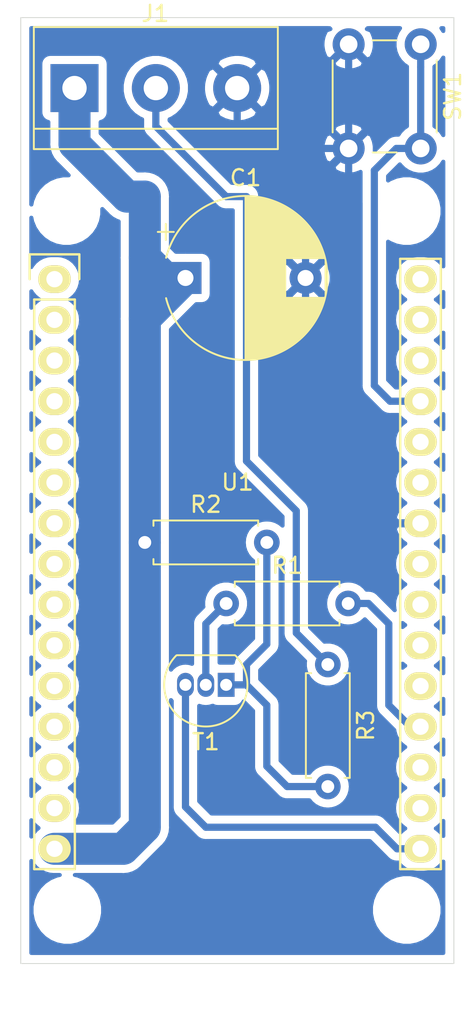
<source format=kicad_pcb>
(kicad_pcb (version 20171130) (host pcbnew "(5.1.4-0-10_14)")

  (general
    (thickness 1.6)
    (drawings 6)
    (tracks 60)
    (zones 0)
    (modules 8)
    (nets 34)
  )

  (page A4)
  (layers
    (0 F.Cu signal)
    (31 B.Cu signal)
    (32 B.Adhes user)
    (33 F.Adhes user)
    (34 B.Paste user)
    (35 F.Paste user)
    (36 B.SilkS user)
    (37 F.SilkS user)
    (38 B.Mask user)
    (39 F.Mask user)
    (40 Dwgs.User user)
    (41 Cmts.User user)
    (42 Eco1.User user)
    (43 Eco2.User user)
    (44 Edge.Cuts user)
    (45 Margin user)
    (46 B.CrtYd user)
    (47 F.CrtYd user)
    (48 B.Fab user)
    (49 F.Fab user)
  )

  (setup
    (last_trace_width 0.45)
    (trace_clearance 0.2)
    (zone_clearance 0.508)
    (zone_45_only no)
    (trace_min 0.2)
    (via_size 0.8)
    (via_drill 0.4)
    (via_min_size 0.4)
    (via_min_drill 0.3)
    (uvia_size 0.3)
    (uvia_drill 0.1)
    (uvias_allowed no)
    (uvia_min_size 0.2)
    (uvia_min_drill 0.1)
    (edge_width 0.05)
    (segment_width 0.2)
    (pcb_text_width 0.3)
    (pcb_text_size 1.5 1.5)
    (mod_edge_width 0.12)
    (mod_text_size 1 1)
    (mod_text_width 0.15)
    (pad_size 1.524 1.524)
    (pad_drill 0.762)
    (pad_to_mask_clearance 0.051)
    (solder_mask_min_width 0.25)
    (aux_axis_origin 0 0)
    (visible_elements FFFFFF7F)
    (pcbplotparams
      (layerselection 0x010fc_ffffffff)
      (usegerberextensions false)
      (usegerberattributes false)
      (usegerberadvancedattributes false)
      (creategerberjobfile false)
      (excludeedgelayer true)
      (linewidth 0.100000)
      (plotframeref false)
      (viasonmask false)
      (mode 1)
      (useauxorigin false)
      (hpglpennumber 1)
      (hpglpenspeed 20)
      (hpglpendiameter 15.000000)
      (psnegative false)
      (psa4output false)
      (plotreference true)
      (plotvalue true)
      (plotinvisibletext false)
      (padsonsilk false)
      (subtractmaskfromsilk false)
      (outputformat 1)
      (mirror false)
      (drillshape 1)
      (scaleselection 1)
      (outputdirectory ""))
  )

  (net 0 "")
  (net 1 +5V)
  (net 2 GND)
  (net 3 "Net-(J1-Pad2)")
  (net 4 "Net-(R1-Pad1)")
  (net 5 "Net-(R1-Pad2)")
  (net 6 "Net-(R2-Pad2)")
  (net 7 "Net-(SW1-Pad1)")
  (net 8 +3V3)
  (net 9 "Net-(U1-Pad1)")
  (net 10 "Net-(U1-Pad2)")
  (net 11 "Net-(U1-Pad3)")
  (net 12 "Net-(U1-Pad4)")
  (net 13 "Net-(U1-Pad5)")
  (net 14 "Net-(U1-Pad6)")
  (net 15 "Net-(U1-Pad7)")
  (net 16 "Net-(U1-Pad8)")
  (net 17 "Net-(U1-Pad9)")
  (net 18 "Net-(U1-Pad10)")
  (net 19 "Net-(U1-Pad12)")
  (net 20 "Net-(U1-Pad13)")
  (net 21 "Net-(U1-Pad14)")
  (net 22 "Net-(U1-Pad30)")
  (net 23 "Net-(U1-Pad18)")
  (net 24 "Net-(U1-Pad25)")
  (net 25 "Net-(U1-Pad26)")
  (net 26 "Net-(U1-Pad23)")
  (net 27 "Net-(U1-Pad21)")
  (net 28 "Net-(U1-Pad20)")
  (net 29 "Net-(U1-Pad28)")
  (net 30 "Net-(U1-Pad29)")
  (net 31 "Net-(U1-Pad11)")
  (net 32 "Net-(U1-Pad17)")
  (net 33 "Net-(U1-Pad22)")

  (net_class Default "To jest domyślna klasa połączeń."
    (clearance 0.2)
    (trace_width 0.45)
    (via_dia 0.8)
    (via_drill 0.4)
    (uvia_dia 0.3)
    (uvia_drill 0.1)
    (add_net +3V3)
    (add_net GND)
    (add_net "Net-(J1-Pad2)")
    (add_net "Net-(R1-Pad1)")
    (add_net "Net-(R1-Pad2)")
    (add_net "Net-(R2-Pad2)")
    (add_net "Net-(SW1-Pad1)")
    (add_net "Net-(U1-Pad1)")
    (add_net "Net-(U1-Pad10)")
    (add_net "Net-(U1-Pad11)")
    (add_net "Net-(U1-Pad12)")
    (add_net "Net-(U1-Pad13)")
    (add_net "Net-(U1-Pad14)")
    (add_net "Net-(U1-Pad17)")
    (add_net "Net-(U1-Pad18)")
    (add_net "Net-(U1-Pad2)")
    (add_net "Net-(U1-Pad20)")
    (add_net "Net-(U1-Pad21)")
    (add_net "Net-(U1-Pad22)")
    (add_net "Net-(U1-Pad23)")
    (add_net "Net-(U1-Pad25)")
    (add_net "Net-(U1-Pad26)")
    (add_net "Net-(U1-Pad28)")
    (add_net "Net-(U1-Pad29)")
    (add_net "Net-(U1-Pad3)")
    (add_net "Net-(U1-Pad30)")
    (add_net "Net-(U1-Pad4)")
    (add_net "Net-(U1-Pad5)")
    (add_net "Net-(U1-Pad6)")
    (add_net "Net-(U1-Pad7)")
    (add_net "Net-(U1-Pad8)")
    (add_net "Net-(U1-Pad9)")
  )

  (net_class Power ""
    (clearance 0.2)
    (trace_width 2)
    (via_dia 0.8)
    (via_drill 0.4)
    (uvia_dia 0.3)
    (uvia_drill 0.1)
    (add_net +5V)
  )

  (module nodemcu:NodeMCU_Amica_R2 (layer F.Cu) (tedit 5A22F9CB) (tstamp 5E2E86F1)
    (at 40.080001 41.985001)
    (descr "Through-hole-mounted NodeMCU 0.9")
    (tags nodemcu)
    (path /5E2DABE4)
    (fp_text reference U1 (at 11.43 12.68) (layer F.SilkS)
      (effects (font (size 1 1) (thickness 0.15)))
    )
    (fp_text value NodeMCU_Amica_R2 (at 11.43 45.085) (layer F.Fab)
      (effects (font (size 2 2) (thickness 0.15)))
    )
    (fp_line (start 15.24 37.465) (end 15.24 42.545) (layer F.CrtYd) (width 0.15))
    (fp_line (start 7.62 37.465) (end 15.24 37.465) (layer F.CrtYd) (width 0.15))
    (fp_line (start 7.62 42.545) (end 7.62 37.465) (layer F.CrtYd) (width 0.15))
    (fp_line (start -1.905 42.545) (end -1.905 -6.35) (layer F.CrtYd) (width 0.15))
    (fp_line (start 24.765 42.545) (end -1.905 42.545) (layer F.CrtYd) (width 0.15))
    (fp_line (start 24.765 -6.35) (end 24.765 42.545) (layer F.CrtYd) (width 0.15))
    (fp_line (start -1.905 -6.35) (end 24.765 -6.35) (layer F.CrtYd) (width 0.15))
    (fp_line (start -1.27 1.27) (end -1.27 36.83) (layer F.SilkS) (width 0.15))
    (fp_line (start -1.27 36.83) (end 1.27 36.83) (layer F.SilkS) (width 0.15))
    (fp_line (start 1.27 36.83) (end 1.27 1.27) (layer F.SilkS) (width 0.15))
    (fp_line (start 1.55 -1.55) (end 1.55 0) (layer F.SilkS) (width 0.15))
    (fp_line (start 1.27 1.27) (end -1.27 1.27) (layer F.SilkS) (width 0.15))
    (fp_line (start -1.55 0) (end -1.55 -1.55) (layer F.SilkS) (width 0.15))
    (fp_line (start -1.55 -1.55) (end 1.55 -1.55) (layer F.SilkS) (width 0.15))
    (fp_line (start 21.59 36.83) (end 24.13 36.83) (layer F.SilkS) (width 0.15))
    (fp_line (start 21.59 -1.27) (end 21.59 36.83) (layer F.SilkS) (width 0.15))
    (fp_line (start 24.13 -1.27) (end 21.59 -1.27) (layer F.SilkS) (width 0.15))
    (fp_line (start 24.13 36.83) (end 24.13 -1.27) (layer F.SilkS) (width 0.15))
    (pad 1 thru_hole oval (at 0 0) (size 2.032 1.7272) (drill 1.016) (layers *.Cu *.Mask F.SilkS)
      (net 9 "Net-(U1-Pad1)"))
    (pad 2 thru_hole oval (at 0 2.54) (size 2.032 1.7272) (drill 1.016) (layers *.Cu *.Mask F.SilkS)
      (net 10 "Net-(U1-Pad2)"))
    (pad 3 thru_hole oval (at 0 5.08) (size 2.032 1.7272) (drill 1.016) (layers *.Cu *.Mask F.SilkS)
      (net 11 "Net-(U1-Pad3)"))
    (pad 4 thru_hole oval (at 0 7.62) (size 2.032 1.7272) (drill 1.016) (layers *.Cu *.Mask F.SilkS)
      (net 12 "Net-(U1-Pad4)"))
    (pad 5 thru_hole oval (at 0 10.16) (size 2.032 1.7272) (drill 1.016) (layers *.Cu *.Mask F.SilkS)
      (net 13 "Net-(U1-Pad5)"))
    (pad 6 thru_hole oval (at 0 12.7) (size 2.032 1.7272) (drill 1.016) (layers *.Cu *.Mask F.SilkS)
      (net 14 "Net-(U1-Pad6)"))
    (pad 7 thru_hole oval (at 0 15.24) (size 2.032 1.7272) (drill 1.016) (layers *.Cu *.Mask F.SilkS)
      (net 15 "Net-(U1-Pad7)"))
    (pad 8 thru_hole oval (at 0 17.78) (size 2.032 1.7272) (drill 1.016) (layers *.Cu *.Mask F.SilkS)
      (net 16 "Net-(U1-Pad8)"))
    (pad 9 thru_hole oval (at 0 20.32) (size 2.032 1.7272) (drill 1.016) (layers *.Cu *.Mask F.SilkS)
      (net 17 "Net-(U1-Pad9)"))
    (pad 10 thru_hole oval (at 0 22.86) (size 2.032 1.7272) (drill 1.016) (layers *.Cu *.Mask F.SilkS)
      (net 18 "Net-(U1-Pad10)"))
    (pad 11 thru_hole oval (at 0 25.4) (size 2.032 1.7272) (drill 1.016) (layers *.Cu *.Mask F.SilkS)
      (net 31 "Net-(U1-Pad11)"))
    (pad 12 thru_hole oval (at 0 27.94) (size 2.032 1.7272) (drill 1.016) (layers *.Cu *.Mask F.SilkS)
      (net 19 "Net-(U1-Pad12)"))
    (pad 13 thru_hole oval (at 0 30.48) (size 2.032 1.7272) (drill 1.016) (layers *.Cu *.Mask F.SilkS)
      (net 20 "Net-(U1-Pad13)"))
    (pad 14 thru_hole oval (at 0 33.02) (size 2.032 1.7272) (drill 1.016) (layers *.Cu *.Mask F.SilkS)
      (net 21 "Net-(U1-Pad14)"))
    (pad 15 thru_hole oval (at 0 35.56) (size 2.032 1.7272) (drill 1.016) (layers *.Cu *.Mask F.SilkS)
      (net 1 +5V))
    (pad 30 thru_hole oval (at 22.86 0) (size 2.032 1.7272) (drill 1.016) (layers *.Cu *.Mask F.SilkS)
      (net 22 "Net-(U1-Pad30)"))
    (pad 18 thru_hole oval (at 22.86 30.48) (size 2.032 1.7272) (drill 1.016) (layers *.Cu *.Mask F.SilkS)
      (net 23 "Net-(U1-Pad18)"))
    (pad 17 thru_hole oval (at 22.86 33.02) (size 2.032 1.7272) (drill 1.016) (layers *.Cu *.Mask F.SilkS)
      (net 32 "Net-(U1-Pad17)"))
    (pad 19 thru_hole oval (at 22.86 27.94) (size 2.032 1.7272) (drill 1.016) (layers *.Cu *.Mask F.SilkS)
      (net 5 "Net-(R1-Pad2)"))
    (pad 25 thru_hole oval (at 22.86 12.7) (size 2.032 1.7272) (drill 1.016) (layers *.Cu *.Mask F.SilkS)
      (net 24 "Net-(U1-Pad25)"))
    (pad 26 thru_hole oval (at 22.86 10.16) (size 2.032 1.7272) (drill 1.016) (layers *.Cu *.Mask F.SilkS)
      (net 25 "Net-(U1-Pad26)"))
    (pad 24 thru_hole oval (at 22.86 15.24) (size 2.032 1.7272) (drill 1.016) (layers *.Cu *.Mask F.SilkS)
      (net 2 GND))
    (pad 16 thru_hole oval (at 22.86 35.56) (size 2.032 1.7272) (drill 1.016) (layers *.Cu *.Mask F.SilkS)
      (net 8 +3V3))
    (pad 22 thru_hole oval (at 22.86 20.32) (size 2.032 1.7272) (drill 1.016) (layers *.Cu *.Mask F.SilkS)
      (net 33 "Net-(U1-Pad22)"))
    (pad 23 thru_hole oval (at 22.86 17.78) (size 2.032 1.7272) (drill 1.016) (layers *.Cu *.Mask F.SilkS)
      (net 26 "Net-(U1-Pad23)"))
    (pad 21 thru_hole oval (at 22.86 22.86) (size 2.032 1.7272) (drill 1.016) (layers *.Cu *.Mask F.SilkS)
      (net 27 "Net-(U1-Pad21)"))
    (pad 20 thru_hole oval (at 22.86 25.4) (size 2.032 1.7272) (drill 1.016) (layers *.Cu *.Mask F.SilkS)
      (net 28 "Net-(U1-Pad20)"))
    (pad 28 thru_hole oval (at 22.86 5.08) (size 2.032 1.7272) (drill 1.016) (layers *.Cu *.Mask F.SilkS)
      (net 29 "Net-(U1-Pad28)"))
    (pad 27 thru_hole oval (at 22.86 7.62) (size 2.032 1.7272) (drill 1.016) (layers *.Cu *.Mask F.SilkS)
      (net 7 "Net-(SW1-Pad1)"))
    (pad 29 thru_hole oval (at 22.86 2.54) (size 2.032 1.7272) (drill 1.016) (layers *.Cu *.Mask F.SilkS)
      (net 30 "Net-(U1-Pad29)"))
    (pad "" np_thru_hole circle (at 0.8 39.38) (size 3.2 3.2) (drill 3.2) (layers *.Cu *.Mask))
    (pad "" np_thru_hole circle (at 22 39.38) (size 3.2 3.2) (drill 3.2) (layers *.Cu *.Mask))
    (pad "" np_thru_hole circle (at 22 -4.25) (size 3.2 3.2) (drill 3.2) (layers *.Cu *.Mask))
    (pad "" np_thru_hole circle (at 0.75 -4.25) (size 3.2 3.2) (drill 3.2) (layers *.Cu *.Mask))
  )

  (module Capacitor_THT:CP_Radial_D10.0mm_P7.50mm (layer F.Cu) (tedit 5AE50EF1) (tstamp 5E2E862D)
    (at 48.26 41.91)
    (descr "CP, Radial series, Radial, pin pitch=7.50mm, , diameter=10mm, Electrolytic Capacitor")
    (tags "CP Radial series Radial pin pitch 7.50mm  diameter 10mm Electrolytic Capacitor")
    (path /5E2D162D)
    (fp_text reference C1 (at 3.75 -6.25) (layer F.SilkS)
      (effects (font (size 1 1) (thickness 0.15)))
    )
    (fp_text value 1000u/16V (at 3.75 6.25) (layer F.Fab)
      (effects (font (size 1 1) (thickness 0.15)))
    )
    (fp_arc (start 3.75 0) (end -1.21254 -1.26) (angle 331.50704) (layer F.SilkS) (width 0.12))
    (fp_circle (center 3.75 0) (end 8.75 0) (layer F.Fab) (width 0.1))
    (fp_circle (center 3.75 0) (end 9 0) (layer F.CrtYd) (width 0.05))
    (fp_line (start -0.538861 -2.1875) (end 0.461139 -2.1875) (layer F.Fab) (width 0.1))
    (fp_line (start -0.038861 -2.6875) (end -0.038861 -1.6875) (layer F.Fab) (width 0.1))
    (fp_line (start 3.75 -5.08) (end 3.75 5.08) (layer F.SilkS) (width 0.12))
    (fp_line (start 3.79 -5.08) (end 3.79 5.08) (layer F.SilkS) (width 0.12))
    (fp_line (start 3.83 -5.08) (end 3.83 5.08) (layer F.SilkS) (width 0.12))
    (fp_line (start 3.87 -5.079) (end 3.87 5.079) (layer F.SilkS) (width 0.12))
    (fp_line (start 3.91 -5.078) (end 3.91 5.078) (layer F.SilkS) (width 0.12))
    (fp_line (start 3.95 -5.077) (end 3.95 5.077) (layer F.SilkS) (width 0.12))
    (fp_line (start 3.99 -5.075) (end 3.99 5.075) (layer F.SilkS) (width 0.12))
    (fp_line (start 4.03 -5.073) (end 4.03 5.073) (layer F.SilkS) (width 0.12))
    (fp_line (start 4.07 -5.07) (end 4.07 5.07) (layer F.SilkS) (width 0.12))
    (fp_line (start 4.11 -5.068) (end 4.11 5.068) (layer F.SilkS) (width 0.12))
    (fp_line (start 4.15 -5.065) (end 4.15 5.065) (layer F.SilkS) (width 0.12))
    (fp_line (start 4.19 -5.062) (end 4.19 5.062) (layer F.SilkS) (width 0.12))
    (fp_line (start 4.23 -5.058) (end 4.23 5.058) (layer F.SilkS) (width 0.12))
    (fp_line (start 4.27 -5.054) (end 4.27 5.054) (layer F.SilkS) (width 0.12))
    (fp_line (start 4.31 -5.05) (end 4.31 5.05) (layer F.SilkS) (width 0.12))
    (fp_line (start 4.35 -5.045) (end 4.35 5.045) (layer F.SilkS) (width 0.12))
    (fp_line (start 4.39 -5.04) (end 4.39 5.04) (layer F.SilkS) (width 0.12))
    (fp_line (start 4.43 -5.035) (end 4.43 5.035) (layer F.SilkS) (width 0.12))
    (fp_line (start 4.471 -5.03) (end 4.471 5.03) (layer F.SilkS) (width 0.12))
    (fp_line (start 4.511 -5.024) (end 4.511 5.024) (layer F.SilkS) (width 0.12))
    (fp_line (start 4.551 -5.018) (end 4.551 5.018) (layer F.SilkS) (width 0.12))
    (fp_line (start 4.591 -5.011) (end 4.591 5.011) (layer F.SilkS) (width 0.12))
    (fp_line (start 4.631 -5.004) (end 4.631 5.004) (layer F.SilkS) (width 0.12))
    (fp_line (start 4.671 -4.997) (end 4.671 4.997) (layer F.SilkS) (width 0.12))
    (fp_line (start 4.711 -4.99) (end 4.711 4.99) (layer F.SilkS) (width 0.12))
    (fp_line (start 4.751 -4.982) (end 4.751 4.982) (layer F.SilkS) (width 0.12))
    (fp_line (start 4.791 -4.974) (end 4.791 4.974) (layer F.SilkS) (width 0.12))
    (fp_line (start 4.831 -4.965) (end 4.831 4.965) (layer F.SilkS) (width 0.12))
    (fp_line (start 4.871 -4.956) (end 4.871 4.956) (layer F.SilkS) (width 0.12))
    (fp_line (start 4.911 -4.947) (end 4.911 4.947) (layer F.SilkS) (width 0.12))
    (fp_line (start 4.951 -4.938) (end 4.951 4.938) (layer F.SilkS) (width 0.12))
    (fp_line (start 4.991 -4.928) (end 4.991 4.928) (layer F.SilkS) (width 0.12))
    (fp_line (start 5.031 -4.918) (end 5.031 4.918) (layer F.SilkS) (width 0.12))
    (fp_line (start 5.071 -4.907) (end 5.071 4.907) (layer F.SilkS) (width 0.12))
    (fp_line (start 5.111 -4.897) (end 5.111 4.897) (layer F.SilkS) (width 0.12))
    (fp_line (start 5.151 -4.885) (end 5.151 4.885) (layer F.SilkS) (width 0.12))
    (fp_line (start 5.191 -4.874) (end 5.191 4.874) (layer F.SilkS) (width 0.12))
    (fp_line (start 5.231 -4.862) (end 5.231 4.862) (layer F.SilkS) (width 0.12))
    (fp_line (start 5.271 -4.85) (end 5.271 4.85) (layer F.SilkS) (width 0.12))
    (fp_line (start 5.311 -4.837) (end 5.311 4.837) (layer F.SilkS) (width 0.12))
    (fp_line (start 5.351 -4.824) (end 5.351 4.824) (layer F.SilkS) (width 0.12))
    (fp_line (start 5.391 -4.811) (end 5.391 4.811) (layer F.SilkS) (width 0.12))
    (fp_line (start 5.431 -4.797) (end 5.431 4.797) (layer F.SilkS) (width 0.12))
    (fp_line (start 5.471 -4.783) (end 5.471 4.783) (layer F.SilkS) (width 0.12))
    (fp_line (start 5.511 -4.768) (end 5.511 4.768) (layer F.SilkS) (width 0.12))
    (fp_line (start 5.551 -4.754) (end 5.551 4.754) (layer F.SilkS) (width 0.12))
    (fp_line (start 5.591 -4.738) (end 5.591 4.738) (layer F.SilkS) (width 0.12))
    (fp_line (start 5.631 -4.723) (end 5.631 4.723) (layer F.SilkS) (width 0.12))
    (fp_line (start 5.671 -4.707) (end 5.671 4.707) (layer F.SilkS) (width 0.12))
    (fp_line (start 5.711 -4.69) (end 5.711 4.69) (layer F.SilkS) (width 0.12))
    (fp_line (start 5.751 -4.674) (end 5.751 4.674) (layer F.SilkS) (width 0.12))
    (fp_line (start 5.791 -4.657) (end 5.791 4.657) (layer F.SilkS) (width 0.12))
    (fp_line (start 5.831 -4.639) (end 5.831 4.639) (layer F.SilkS) (width 0.12))
    (fp_line (start 5.871 -4.621) (end 5.871 4.621) (layer F.SilkS) (width 0.12))
    (fp_line (start 5.911 -4.603) (end 5.911 4.603) (layer F.SilkS) (width 0.12))
    (fp_line (start 5.951 -4.584) (end 5.951 4.584) (layer F.SilkS) (width 0.12))
    (fp_line (start 5.991 -4.564) (end 5.991 4.564) (layer F.SilkS) (width 0.12))
    (fp_line (start 6.031 -4.545) (end 6.031 4.545) (layer F.SilkS) (width 0.12))
    (fp_line (start 6.071 -4.525) (end 6.071 4.525) (layer F.SilkS) (width 0.12))
    (fp_line (start 6.111 -4.504) (end 6.111 4.504) (layer F.SilkS) (width 0.12))
    (fp_line (start 6.151 -4.483) (end 6.151 4.483) (layer F.SilkS) (width 0.12))
    (fp_line (start 6.191 -4.462) (end 6.191 4.462) (layer F.SilkS) (width 0.12))
    (fp_line (start 6.231 -4.44) (end 6.231 4.44) (layer F.SilkS) (width 0.12))
    (fp_line (start 6.271 -4.417) (end 6.271 -1.241) (layer F.SilkS) (width 0.12))
    (fp_line (start 6.271 1.241) (end 6.271 4.417) (layer F.SilkS) (width 0.12))
    (fp_line (start 6.311 -4.395) (end 6.311 -1.241) (layer F.SilkS) (width 0.12))
    (fp_line (start 6.311 1.241) (end 6.311 4.395) (layer F.SilkS) (width 0.12))
    (fp_line (start 6.351 -4.371) (end 6.351 -1.241) (layer F.SilkS) (width 0.12))
    (fp_line (start 6.351 1.241) (end 6.351 4.371) (layer F.SilkS) (width 0.12))
    (fp_line (start 6.391 -4.347) (end 6.391 -1.241) (layer F.SilkS) (width 0.12))
    (fp_line (start 6.391 1.241) (end 6.391 4.347) (layer F.SilkS) (width 0.12))
    (fp_line (start 6.431 -4.323) (end 6.431 -1.241) (layer F.SilkS) (width 0.12))
    (fp_line (start 6.431 1.241) (end 6.431 4.323) (layer F.SilkS) (width 0.12))
    (fp_line (start 6.471 -4.298) (end 6.471 -1.241) (layer F.SilkS) (width 0.12))
    (fp_line (start 6.471 1.241) (end 6.471 4.298) (layer F.SilkS) (width 0.12))
    (fp_line (start 6.511 -4.273) (end 6.511 -1.241) (layer F.SilkS) (width 0.12))
    (fp_line (start 6.511 1.241) (end 6.511 4.273) (layer F.SilkS) (width 0.12))
    (fp_line (start 6.551 -4.247) (end 6.551 -1.241) (layer F.SilkS) (width 0.12))
    (fp_line (start 6.551 1.241) (end 6.551 4.247) (layer F.SilkS) (width 0.12))
    (fp_line (start 6.591 -4.221) (end 6.591 -1.241) (layer F.SilkS) (width 0.12))
    (fp_line (start 6.591 1.241) (end 6.591 4.221) (layer F.SilkS) (width 0.12))
    (fp_line (start 6.631 -4.194) (end 6.631 -1.241) (layer F.SilkS) (width 0.12))
    (fp_line (start 6.631 1.241) (end 6.631 4.194) (layer F.SilkS) (width 0.12))
    (fp_line (start 6.671 -4.166) (end 6.671 -1.241) (layer F.SilkS) (width 0.12))
    (fp_line (start 6.671 1.241) (end 6.671 4.166) (layer F.SilkS) (width 0.12))
    (fp_line (start 6.711 -4.138) (end 6.711 -1.241) (layer F.SilkS) (width 0.12))
    (fp_line (start 6.711 1.241) (end 6.711 4.138) (layer F.SilkS) (width 0.12))
    (fp_line (start 6.751 -4.11) (end 6.751 -1.241) (layer F.SilkS) (width 0.12))
    (fp_line (start 6.751 1.241) (end 6.751 4.11) (layer F.SilkS) (width 0.12))
    (fp_line (start 6.791 -4.08) (end 6.791 -1.241) (layer F.SilkS) (width 0.12))
    (fp_line (start 6.791 1.241) (end 6.791 4.08) (layer F.SilkS) (width 0.12))
    (fp_line (start 6.831 -4.05) (end 6.831 -1.241) (layer F.SilkS) (width 0.12))
    (fp_line (start 6.831 1.241) (end 6.831 4.05) (layer F.SilkS) (width 0.12))
    (fp_line (start 6.871 -4.02) (end 6.871 -1.241) (layer F.SilkS) (width 0.12))
    (fp_line (start 6.871 1.241) (end 6.871 4.02) (layer F.SilkS) (width 0.12))
    (fp_line (start 6.911 -3.989) (end 6.911 -1.241) (layer F.SilkS) (width 0.12))
    (fp_line (start 6.911 1.241) (end 6.911 3.989) (layer F.SilkS) (width 0.12))
    (fp_line (start 6.951 -3.957) (end 6.951 -1.241) (layer F.SilkS) (width 0.12))
    (fp_line (start 6.951 1.241) (end 6.951 3.957) (layer F.SilkS) (width 0.12))
    (fp_line (start 6.991 -3.925) (end 6.991 -1.241) (layer F.SilkS) (width 0.12))
    (fp_line (start 6.991 1.241) (end 6.991 3.925) (layer F.SilkS) (width 0.12))
    (fp_line (start 7.031 -3.892) (end 7.031 -1.241) (layer F.SilkS) (width 0.12))
    (fp_line (start 7.031 1.241) (end 7.031 3.892) (layer F.SilkS) (width 0.12))
    (fp_line (start 7.071 -3.858) (end 7.071 -1.241) (layer F.SilkS) (width 0.12))
    (fp_line (start 7.071 1.241) (end 7.071 3.858) (layer F.SilkS) (width 0.12))
    (fp_line (start 7.111 -3.824) (end 7.111 -1.241) (layer F.SilkS) (width 0.12))
    (fp_line (start 7.111 1.241) (end 7.111 3.824) (layer F.SilkS) (width 0.12))
    (fp_line (start 7.151 -3.789) (end 7.151 -1.241) (layer F.SilkS) (width 0.12))
    (fp_line (start 7.151 1.241) (end 7.151 3.789) (layer F.SilkS) (width 0.12))
    (fp_line (start 7.191 -3.753) (end 7.191 -1.241) (layer F.SilkS) (width 0.12))
    (fp_line (start 7.191 1.241) (end 7.191 3.753) (layer F.SilkS) (width 0.12))
    (fp_line (start 7.231 -3.716) (end 7.231 -1.241) (layer F.SilkS) (width 0.12))
    (fp_line (start 7.231 1.241) (end 7.231 3.716) (layer F.SilkS) (width 0.12))
    (fp_line (start 7.271 -3.679) (end 7.271 -1.241) (layer F.SilkS) (width 0.12))
    (fp_line (start 7.271 1.241) (end 7.271 3.679) (layer F.SilkS) (width 0.12))
    (fp_line (start 7.311 -3.64) (end 7.311 -1.241) (layer F.SilkS) (width 0.12))
    (fp_line (start 7.311 1.241) (end 7.311 3.64) (layer F.SilkS) (width 0.12))
    (fp_line (start 7.351 -3.601) (end 7.351 -1.241) (layer F.SilkS) (width 0.12))
    (fp_line (start 7.351 1.241) (end 7.351 3.601) (layer F.SilkS) (width 0.12))
    (fp_line (start 7.391 -3.561) (end 7.391 -1.241) (layer F.SilkS) (width 0.12))
    (fp_line (start 7.391 1.241) (end 7.391 3.561) (layer F.SilkS) (width 0.12))
    (fp_line (start 7.431 -3.52) (end 7.431 -1.241) (layer F.SilkS) (width 0.12))
    (fp_line (start 7.431 1.241) (end 7.431 3.52) (layer F.SilkS) (width 0.12))
    (fp_line (start 7.471 -3.478) (end 7.471 -1.241) (layer F.SilkS) (width 0.12))
    (fp_line (start 7.471 1.241) (end 7.471 3.478) (layer F.SilkS) (width 0.12))
    (fp_line (start 7.511 -3.436) (end 7.511 -1.241) (layer F.SilkS) (width 0.12))
    (fp_line (start 7.511 1.241) (end 7.511 3.436) (layer F.SilkS) (width 0.12))
    (fp_line (start 7.551 -3.392) (end 7.551 -1.241) (layer F.SilkS) (width 0.12))
    (fp_line (start 7.551 1.241) (end 7.551 3.392) (layer F.SilkS) (width 0.12))
    (fp_line (start 7.591 -3.347) (end 7.591 -1.241) (layer F.SilkS) (width 0.12))
    (fp_line (start 7.591 1.241) (end 7.591 3.347) (layer F.SilkS) (width 0.12))
    (fp_line (start 7.631 -3.301) (end 7.631 -1.241) (layer F.SilkS) (width 0.12))
    (fp_line (start 7.631 1.241) (end 7.631 3.301) (layer F.SilkS) (width 0.12))
    (fp_line (start 7.671 -3.254) (end 7.671 -1.241) (layer F.SilkS) (width 0.12))
    (fp_line (start 7.671 1.241) (end 7.671 3.254) (layer F.SilkS) (width 0.12))
    (fp_line (start 7.711 -3.206) (end 7.711 -1.241) (layer F.SilkS) (width 0.12))
    (fp_line (start 7.711 1.241) (end 7.711 3.206) (layer F.SilkS) (width 0.12))
    (fp_line (start 7.751 -3.156) (end 7.751 -1.241) (layer F.SilkS) (width 0.12))
    (fp_line (start 7.751 1.241) (end 7.751 3.156) (layer F.SilkS) (width 0.12))
    (fp_line (start 7.791 -3.106) (end 7.791 -1.241) (layer F.SilkS) (width 0.12))
    (fp_line (start 7.791 1.241) (end 7.791 3.106) (layer F.SilkS) (width 0.12))
    (fp_line (start 7.831 -3.054) (end 7.831 -1.241) (layer F.SilkS) (width 0.12))
    (fp_line (start 7.831 1.241) (end 7.831 3.054) (layer F.SilkS) (width 0.12))
    (fp_line (start 7.871 -3) (end 7.871 -1.241) (layer F.SilkS) (width 0.12))
    (fp_line (start 7.871 1.241) (end 7.871 3) (layer F.SilkS) (width 0.12))
    (fp_line (start 7.911 -2.945) (end 7.911 -1.241) (layer F.SilkS) (width 0.12))
    (fp_line (start 7.911 1.241) (end 7.911 2.945) (layer F.SilkS) (width 0.12))
    (fp_line (start 7.951 -2.889) (end 7.951 -1.241) (layer F.SilkS) (width 0.12))
    (fp_line (start 7.951 1.241) (end 7.951 2.889) (layer F.SilkS) (width 0.12))
    (fp_line (start 7.991 -2.83) (end 7.991 -1.241) (layer F.SilkS) (width 0.12))
    (fp_line (start 7.991 1.241) (end 7.991 2.83) (layer F.SilkS) (width 0.12))
    (fp_line (start 8.031 -2.77) (end 8.031 -1.241) (layer F.SilkS) (width 0.12))
    (fp_line (start 8.031 1.241) (end 8.031 2.77) (layer F.SilkS) (width 0.12))
    (fp_line (start 8.071 -2.709) (end 8.071 -1.241) (layer F.SilkS) (width 0.12))
    (fp_line (start 8.071 1.241) (end 8.071 2.709) (layer F.SilkS) (width 0.12))
    (fp_line (start 8.111 -2.645) (end 8.111 -1.241) (layer F.SilkS) (width 0.12))
    (fp_line (start 8.111 1.241) (end 8.111 2.645) (layer F.SilkS) (width 0.12))
    (fp_line (start 8.151 -2.579) (end 8.151 -1.241) (layer F.SilkS) (width 0.12))
    (fp_line (start 8.151 1.241) (end 8.151 2.579) (layer F.SilkS) (width 0.12))
    (fp_line (start 8.191 -2.51) (end 8.191 -1.241) (layer F.SilkS) (width 0.12))
    (fp_line (start 8.191 1.241) (end 8.191 2.51) (layer F.SilkS) (width 0.12))
    (fp_line (start 8.231 -2.439) (end 8.231 -1.241) (layer F.SilkS) (width 0.12))
    (fp_line (start 8.231 1.241) (end 8.231 2.439) (layer F.SilkS) (width 0.12))
    (fp_line (start 8.271 -2.365) (end 8.271 -1.241) (layer F.SilkS) (width 0.12))
    (fp_line (start 8.271 1.241) (end 8.271 2.365) (layer F.SilkS) (width 0.12))
    (fp_line (start 8.311 -2.289) (end 8.311 -1.241) (layer F.SilkS) (width 0.12))
    (fp_line (start 8.311 1.241) (end 8.311 2.289) (layer F.SilkS) (width 0.12))
    (fp_line (start 8.351 -2.209) (end 8.351 -1.241) (layer F.SilkS) (width 0.12))
    (fp_line (start 8.351 1.241) (end 8.351 2.209) (layer F.SilkS) (width 0.12))
    (fp_line (start 8.391 -2.125) (end 8.391 -1.241) (layer F.SilkS) (width 0.12))
    (fp_line (start 8.391 1.241) (end 8.391 2.125) (layer F.SilkS) (width 0.12))
    (fp_line (start 8.431 -2.037) (end 8.431 -1.241) (layer F.SilkS) (width 0.12))
    (fp_line (start 8.431 1.241) (end 8.431 2.037) (layer F.SilkS) (width 0.12))
    (fp_line (start 8.471 -1.944) (end 8.471 -1.241) (layer F.SilkS) (width 0.12))
    (fp_line (start 8.471 1.241) (end 8.471 1.944) (layer F.SilkS) (width 0.12))
    (fp_line (start 8.511 -1.846) (end 8.511 -1.241) (layer F.SilkS) (width 0.12))
    (fp_line (start 8.511 1.241) (end 8.511 1.846) (layer F.SilkS) (width 0.12))
    (fp_line (start 8.551 -1.742) (end 8.551 -1.241) (layer F.SilkS) (width 0.12))
    (fp_line (start 8.551 1.241) (end 8.551 1.742) (layer F.SilkS) (width 0.12))
    (fp_line (start 8.591 -1.63) (end 8.591 -1.241) (layer F.SilkS) (width 0.12))
    (fp_line (start 8.591 1.241) (end 8.591 1.63) (layer F.SilkS) (width 0.12))
    (fp_line (start 8.631 -1.51) (end 8.631 -1.241) (layer F.SilkS) (width 0.12))
    (fp_line (start 8.631 1.241) (end 8.631 1.51) (layer F.SilkS) (width 0.12))
    (fp_line (start 8.671 -1.378) (end 8.671 -1.241) (layer F.SilkS) (width 0.12))
    (fp_line (start 8.671 1.241) (end 8.671 1.378) (layer F.SilkS) (width 0.12))
    (fp_line (start 8.751 -1.062) (end 8.751 1.062) (layer F.SilkS) (width 0.12))
    (fp_line (start 8.791 -0.862) (end 8.791 0.862) (layer F.SilkS) (width 0.12))
    (fp_line (start 8.831 -0.599) (end 8.831 0.599) (layer F.SilkS) (width 0.12))
    (fp_line (start -1.729646 -2.875) (end -0.729646 -2.875) (layer F.SilkS) (width 0.12))
    (fp_line (start -1.229646 -3.375) (end -1.229646 -2.375) (layer F.SilkS) (width 0.12))
    (fp_text user %R (at 3.81 0) (layer F.Fab)
      (effects (font (size 1 1) (thickness 0.15)))
    )
    (pad 1 thru_hole rect (at 0 0) (size 2 2) (drill 1) (layers *.Cu *.Mask)
      (net 1 +5V))
    (pad 2 thru_hole circle (at 7.5 0) (size 2 2) (drill 1) (layers *.Cu *.Mask)
      (net 2 GND))
    (model ${KISYS3DMOD}/Capacitor_THT.3dshapes/CP_Radial_D10.0mm_P7.50mm.wrl
      (at (xyz 0 0 0))
      (scale (xyz 1 1 1))
      (rotate (xyz 0 0 0))
    )
  )

  (module TerminalBlock:TerminalBlock_bornier-3_P5.08mm (layer F.Cu) (tedit 59FF03B9) (tstamp 5E2E8643)
    (at 41.328922 30.054701)
    (descr "simple 3-pin terminal block, pitch 5.08mm, revamped version of bornier3")
    (tags "terminal block bornier3")
    (path /5E2CE813)
    (fp_text reference J1 (at 5.05 -4.65) (layer F.SilkS)
      (effects (font (size 1 1) (thickness 0.15)))
    )
    (fp_text value Screw_Terminal_01x03 (at 6.35 -2.54) (layer F.Fab)
      (effects (font (size 1 1) (thickness 0.15)))
    )
    (fp_text user %R (at 5.08 0) (layer F.Fab)
      (effects (font (size 1 1) (thickness 0.15)))
    )
    (fp_line (start -2.47 2.55) (end 12.63 2.55) (layer F.Fab) (width 0.1))
    (fp_line (start -2.47 -3.75) (end 12.63 -3.75) (layer F.Fab) (width 0.1))
    (fp_line (start 12.63 -3.75) (end 12.63 3.75) (layer F.Fab) (width 0.1))
    (fp_line (start 12.63 3.75) (end -2.47 3.75) (layer F.Fab) (width 0.1))
    (fp_line (start -2.47 3.75) (end -2.47 -3.75) (layer F.Fab) (width 0.1))
    (fp_line (start -2.54 3.81) (end -2.54 -3.81) (layer F.SilkS) (width 0.12))
    (fp_line (start 12.7 3.81) (end 12.7 -3.81) (layer F.SilkS) (width 0.12))
    (fp_line (start -2.54 2.54) (end 12.7 2.54) (layer F.SilkS) (width 0.12))
    (fp_line (start -2.54 -3.81) (end 12.7 -3.81) (layer F.SilkS) (width 0.12))
    (fp_line (start -2.54 3.81) (end 12.7 3.81) (layer F.SilkS) (width 0.12))
    (fp_line (start -2.72 -4) (end 12.88 -4) (layer F.CrtYd) (width 0.05))
    (fp_line (start -2.72 -4) (end -2.72 4) (layer F.CrtYd) (width 0.05))
    (fp_line (start 12.88 4) (end 12.88 -4) (layer F.CrtYd) (width 0.05))
    (fp_line (start 12.88 4) (end -2.72 4) (layer F.CrtYd) (width 0.05))
    (pad 1 thru_hole rect (at 0 0) (size 3 3) (drill 1.52) (layers *.Cu *.Mask)
      (net 1 +5V))
    (pad 2 thru_hole circle (at 5.08 0) (size 3 3) (drill 1.52) (layers *.Cu *.Mask)
      (net 3 "Net-(J1-Pad2)"))
    (pad 3 thru_hole circle (at 10.16 0) (size 3 3) (drill 1.52) (layers *.Cu *.Mask)
      (net 2 GND))
    (model ${KISYS3DMOD}/TerminalBlock.3dshapes/TerminalBlock_bornier-3_P5.08mm.wrl
      (offset (xyz 5.079999923706055 0 0))
      (scale (xyz 1 1 1))
      (rotate (xyz 0 0 0))
    )
  )

  (module Resistor_THT:R_Axial_DIN0207_L6.3mm_D2.5mm_P7.62mm_Horizontal (layer F.Cu) (tedit 5AE5139B) (tstamp 5E2E865A)
    (at 50.8 62.23)
    (descr "Resistor, Axial_DIN0207 series, Axial, Horizontal, pin pitch=7.62mm, 0.25W = 1/4W, length*diameter=6.3*2.5mm^2, http://cdn-reichelt.de/documents/datenblatt/B400/1_4W%23YAG.pdf")
    (tags "Resistor Axial_DIN0207 series Axial Horizontal pin pitch 7.62mm 0.25W = 1/4W length 6.3mm diameter 2.5mm")
    (path /5E2D0BFC)
    (fp_text reference R1 (at 3.81 -2.37) (layer F.SilkS)
      (effects (font (size 1 1) (thickness 0.15)))
    )
    (fp_text value 2.2k (at 3.81 2.37) (layer F.Fab)
      (effects (font (size 1 1) (thickness 0.15)))
    )
    (fp_line (start 0.66 -1.25) (end 0.66 1.25) (layer F.Fab) (width 0.1))
    (fp_line (start 0.66 1.25) (end 6.96 1.25) (layer F.Fab) (width 0.1))
    (fp_line (start 6.96 1.25) (end 6.96 -1.25) (layer F.Fab) (width 0.1))
    (fp_line (start 6.96 -1.25) (end 0.66 -1.25) (layer F.Fab) (width 0.1))
    (fp_line (start 0 0) (end 0.66 0) (layer F.Fab) (width 0.1))
    (fp_line (start 7.62 0) (end 6.96 0) (layer F.Fab) (width 0.1))
    (fp_line (start 0.54 -1.04) (end 0.54 -1.37) (layer F.SilkS) (width 0.12))
    (fp_line (start 0.54 -1.37) (end 7.08 -1.37) (layer F.SilkS) (width 0.12))
    (fp_line (start 7.08 -1.37) (end 7.08 -1.04) (layer F.SilkS) (width 0.12))
    (fp_line (start 0.54 1.04) (end 0.54 1.37) (layer F.SilkS) (width 0.12))
    (fp_line (start 0.54 1.37) (end 7.08 1.37) (layer F.SilkS) (width 0.12))
    (fp_line (start 7.08 1.37) (end 7.08 1.04) (layer F.SilkS) (width 0.12))
    (fp_line (start -1.05 -1.5) (end -1.05 1.5) (layer F.CrtYd) (width 0.05))
    (fp_line (start -1.05 1.5) (end 8.67 1.5) (layer F.CrtYd) (width 0.05))
    (fp_line (start 8.67 1.5) (end 8.67 -1.5) (layer F.CrtYd) (width 0.05))
    (fp_line (start 8.67 -1.5) (end -1.05 -1.5) (layer F.CrtYd) (width 0.05))
    (fp_text user %R (at 3.81 0) (layer F.Fab)
      (effects (font (size 1 1) (thickness 0.15)))
    )
    (pad 1 thru_hole circle (at 0 0) (size 1.6 1.6) (drill 0.8) (layers *.Cu *.Mask)
      (net 4 "Net-(R1-Pad1)"))
    (pad 2 thru_hole oval (at 7.62 0) (size 1.6 1.6) (drill 0.8) (layers *.Cu *.Mask)
      (net 5 "Net-(R1-Pad2)"))
    (model ${KISYS3DMOD}/Resistor_THT.3dshapes/R_Axial_DIN0207_L6.3mm_D2.5mm_P7.62mm_Horizontal.wrl
      (at (xyz 0 0 0))
      (scale (xyz 1 1 1))
      (rotate (xyz 0 0 0))
    )
  )

  (module Resistor_THT:R_Axial_DIN0207_L6.3mm_D2.5mm_P7.62mm_Horizontal (layer F.Cu) (tedit 5AE5139B) (tstamp 5E2E8671)
    (at 45.72 58.42)
    (descr "Resistor, Axial_DIN0207 series, Axial, Horizontal, pin pitch=7.62mm, 0.25W = 1/4W, length*diameter=6.3*2.5mm^2, http://cdn-reichelt.de/documents/datenblatt/B400/1_4W%23YAG.pdf")
    (tags "Resistor Axial_DIN0207 series Axial Horizontal pin pitch 7.62mm 0.25W = 1/4W length 6.3mm diameter 2.5mm")
    (path /5E2D0FD3)
    (fp_text reference R2 (at 3.81 -2.37) (layer F.SilkS)
      (effects (font (size 1 1) (thickness 0.15)))
    )
    (fp_text value 6.8k (at 3.81 2.37) (layer F.Fab)
      (effects (font (size 1 1) (thickness 0.15)))
    )
    (fp_text user %R (at 3.81 0) (layer F.Fab)
      (effects (font (size 1 1) (thickness 0.15)))
    )
    (fp_line (start 8.67 -1.5) (end -1.05 -1.5) (layer F.CrtYd) (width 0.05))
    (fp_line (start 8.67 1.5) (end 8.67 -1.5) (layer F.CrtYd) (width 0.05))
    (fp_line (start -1.05 1.5) (end 8.67 1.5) (layer F.CrtYd) (width 0.05))
    (fp_line (start -1.05 -1.5) (end -1.05 1.5) (layer F.CrtYd) (width 0.05))
    (fp_line (start 7.08 1.37) (end 7.08 1.04) (layer F.SilkS) (width 0.12))
    (fp_line (start 0.54 1.37) (end 7.08 1.37) (layer F.SilkS) (width 0.12))
    (fp_line (start 0.54 1.04) (end 0.54 1.37) (layer F.SilkS) (width 0.12))
    (fp_line (start 7.08 -1.37) (end 7.08 -1.04) (layer F.SilkS) (width 0.12))
    (fp_line (start 0.54 -1.37) (end 7.08 -1.37) (layer F.SilkS) (width 0.12))
    (fp_line (start 0.54 -1.04) (end 0.54 -1.37) (layer F.SilkS) (width 0.12))
    (fp_line (start 7.62 0) (end 6.96 0) (layer F.Fab) (width 0.1))
    (fp_line (start 0 0) (end 0.66 0) (layer F.Fab) (width 0.1))
    (fp_line (start 6.96 -1.25) (end 0.66 -1.25) (layer F.Fab) (width 0.1))
    (fp_line (start 6.96 1.25) (end 6.96 -1.25) (layer F.Fab) (width 0.1))
    (fp_line (start 0.66 1.25) (end 6.96 1.25) (layer F.Fab) (width 0.1))
    (fp_line (start 0.66 -1.25) (end 0.66 1.25) (layer F.Fab) (width 0.1))
    (pad 2 thru_hole oval (at 7.62 0) (size 1.6 1.6) (drill 0.8) (layers *.Cu *.Mask)
      (net 6 "Net-(R2-Pad2)"))
    (pad 1 thru_hole circle (at 0 0) (size 1.6 1.6) (drill 0.8) (layers *.Cu *.Mask)
      (net 1 +5V))
    (model ${KISYS3DMOD}/Resistor_THT.3dshapes/R_Axial_DIN0207_L6.3mm_D2.5mm_P7.62mm_Horizontal.wrl
      (at (xyz 0 0 0))
      (scale (xyz 1 1 1))
      (rotate (xyz 0 0 0))
    )
  )

  (module Resistor_THT:R_Axial_DIN0207_L6.3mm_D2.5mm_P7.62mm_Horizontal (layer F.Cu) (tedit 5AE5139B) (tstamp 5E2E8688)
    (at 57.15 66.04 270)
    (descr "Resistor, Axial_DIN0207 series, Axial, Horizontal, pin pitch=7.62mm, 0.25W = 1/4W, length*diameter=6.3*2.5mm^2, http://cdn-reichelt.de/documents/datenblatt/B400/1_4W%23YAG.pdf")
    (tags "Resistor Axial_DIN0207 series Axial Horizontal pin pitch 7.62mm 0.25W = 1/4W length 6.3mm diameter 2.5mm")
    (path /5E2D1AE5)
    (fp_text reference R3 (at 3.81 -2.37 90) (layer F.SilkS)
      (effects (font (size 1 1) (thickness 0.15)))
    )
    (fp_text value 470 (at 3.81 2.37 90) (layer F.Fab)
      (effects (font (size 1 1) (thickness 0.15)))
    )
    (fp_line (start 0.66 -1.25) (end 0.66 1.25) (layer F.Fab) (width 0.1))
    (fp_line (start 0.66 1.25) (end 6.96 1.25) (layer F.Fab) (width 0.1))
    (fp_line (start 6.96 1.25) (end 6.96 -1.25) (layer F.Fab) (width 0.1))
    (fp_line (start 6.96 -1.25) (end 0.66 -1.25) (layer F.Fab) (width 0.1))
    (fp_line (start 0 0) (end 0.66 0) (layer F.Fab) (width 0.1))
    (fp_line (start 7.62 0) (end 6.96 0) (layer F.Fab) (width 0.1))
    (fp_line (start 0.54 -1.04) (end 0.54 -1.37) (layer F.SilkS) (width 0.12))
    (fp_line (start 0.54 -1.37) (end 7.08 -1.37) (layer F.SilkS) (width 0.12))
    (fp_line (start 7.08 -1.37) (end 7.08 -1.04) (layer F.SilkS) (width 0.12))
    (fp_line (start 0.54 1.04) (end 0.54 1.37) (layer F.SilkS) (width 0.12))
    (fp_line (start 0.54 1.37) (end 7.08 1.37) (layer F.SilkS) (width 0.12))
    (fp_line (start 7.08 1.37) (end 7.08 1.04) (layer F.SilkS) (width 0.12))
    (fp_line (start -1.05 -1.5) (end -1.05 1.5) (layer F.CrtYd) (width 0.05))
    (fp_line (start -1.05 1.5) (end 8.67 1.5) (layer F.CrtYd) (width 0.05))
    (fp_line (start 8.67 1.5) (end 8.67 -1.5) (layer F.CrtYd) (width 0.05))
    (fp_line (start 8.67 -1.5) (end -1.05 -1.5) (layer F.CrtYd) (width 0.05))
    (fp_text user %R (at 3.81 0 90) (layer F.Fab)
      (effects (font (size 1 1) (thickness 0.15)))
    )
    (pad 1 thru_hole circle (at 0 0 270) (size 1.6 1.6) (drill 0.8) (layers *.Cu *.Mask)
      (net 3 "Net-(J1-Pad2)"))
    (pad 2 thru_hole oval (at 7.62 0 270) (size 1.6 1.6) (drill 0.8) (layers *.Cu *.Mask)
      (net 6 "Net-(R2-Pad2)"))
    (model ${KISYS3DMOD}/Resistor_THT.3dshapes/R_Axial_DIN0207_L6.3mm_D2.5mm_P7.62mm_Horizontal.wrl
      (at (xyz 0 0 0))
      (scale (xyz 1 1 1))
      (rotate (xyz 0 0 0))
    )
  )

  (module Button_Switch_THT:SW_PUSH_6mm_H5mm (layer F.Cu) (tedit 5A02FE31) (tstamp 5E2E91CC)
    (at 62.950876 27.322685 270)
    (descr "tactile push button, 6x6mm e.g. PHAP33xx series, height=5mm")
    (tags "tact sw push 6mm")
    (path /5E2CF49F)
    (fp_text reference SW1 (at 3.25 -2 90) (layer F.SilkS)
      (effects (font (size 1 1) (thickness 0.15)))
    )
    (fp_text value SW_Push (at 3.75 6.7 90) (layer F.Fab)
      (effects (font (size 1 1) (thickness 0.15)))
    )
    (fp_text user %R (at 3.674999 2.674999 90) (layer F.Fab)
      (effects (font (size 1 1) (thickness 0.15)))
    )
    (fp_line (start 3.25 -0.75) (end 6.25 -0.75) (layer F.Fab) (width 0.1))
    (fp_line (start 6.25 -0.75) (end 6.25 5.25) (layer F.Fab) (width 0.1))
    (fp_line (start 6.25 5.25) (end 0.25 5.25) (layer F.Fab) (width 0.1))
    (fp_line (start 0.25 5.25) (end 0.25 -0.75) (layer F.Fab) (width 0.1))
    (fp_line (start 0.25 -0.75) (end 3.25 -0.75) (layer F.Fab) (width 0.1))
    (fp_line (start 7.75 6) (end 8 6) (layer F.CrtYd) (width 0.05))
    (fp_line (start 8 6) (end 8 5.75) (layer F.CrtYd) (width 0.05))
    (fp_line (start 7.75 -1.5) (end 8 -1.5) (layer F.CrtYd) (width 0.05))
    (fp_line (start 8 -1.5) (end 8 -1.25) (layer F.CrtYd) (width 0.05))
    (fp_line (start -1.5 -1.25) (end -1.5 -1.5) (layer F.CrtYd) (width 0.05))
    (fp_line (start -1.5 -1.5) (end -1.25 -1.5) (layer F.CrtYd) (width 0.05))
    (fp_line (start -1.5 5.75) (end -1.5 6) (layer F.CrtYd) (width 0.05))
    (fp_line (start -1.5 6) (end -1.25 6) (layer F.CrtYd) (width 0.05))
    (fp_line (start -1.25 -1.5) (end 7.75 -1.5) (layer F.CrtYd) (width 0.05))
    (fp_line (start -1.5 5.75) (end -1.5 -1.25) (layer F.CrtYd) (width 0.05))
    (fp_line (start 7.75 6) (end -1.25 6) (layer F.CrtYd) (width 0.05))
    (fp_line (start 8 -1.25) (end 8 5.75) (layer F.CrtYd) (width 0.05))
    (fp_line (start 1 5.5) (end 5.5 5.5) (layer F.SilkS) (width 0.12))
    (fp_line (start -0.25 1.5) (end -0.25 3) (layer F.SilkS) (width 0.12))
    (fp_line (start 5.5 -1) (end 1 -1) (layer F.SilkS) (width 0.12))
    (fp_line (start 6.75 3) (end 6.75 1.5) (layer F.SilkS) (width 0.12))
    (fp_circle (center 3.25 2.25) (end 1.25 2.5) (layer F.Fab) (width 0.1))
    (pad 2 thru_hole circle (at 0 4.5) (size 2 2) (drill 1.1) (layers *.Cu *.Mask)
      (net 2 GND))
    (pad 1 thru_hole circle (at 0 0) (size 2 2) (drill 1.1) (layers *.Cu *.Mask)
      (net 7 "Net-(SW1-Pad1)"))
    (pad 2 thru_hole circle (at 6.5 4.5) (size 2 2) (drill 1.1) (layers *.Cu *.Mask)
      (net 2 GND))
    (pad 1 thru_hole circle (at 6.5 0) (size 2 2) (drill 1.1) (layers *.Cu *.Mask)
      (net 7 "Net-(SW1-Pad1)"))
    (model ${KISYS3DMOD}/Button_Switch_THT.3dshapes/SW_PUSH_6mm_H5mm.wrl
      (at (xyz 0 0 0))
      (scale (xyz 1 1 1))
      (rotate (xyz 0 0 0))
    )
  )

  (module Package_TO_SOT_THT:TO-92_Inline (layer F.Cu) (tedit 5A1DD157) (tstamp 5E2E86B9)
    (at 50.8 67.31 180)
    (descr "TO-92 leads in-line, narrow, oval pads, drill 0.75mm (see NXP sot054_po.pdf)")
    (tags "to-92 sc-43 sc-43a sot54 PA33 transistor")
    (path /5E2D00B3)
    (fp_text reference T1 (at 1.27 -3.56) (layer F.SilkS)
      (effects (font (size 1 1) (thickness 0.15)))
    )
    (fp_text value BC548 (at 1.27 2.79) (layer F.Fab)
      (effects (font (size 1 1) (thickness 0.15)))
    )
    (fp_text user %R (at 1.27 -3.56) (layer F.Fab)
      (effects (font (size 1 1) (thickness 0.15)))
    )
    (fp_line (start -0.53 1.85) (end 3.07 1.85) (layer F.SilkS) (width 0.12))
    (fp_line (start -0.5 1.75) (end 3 1.75) (layer F.Fab) (width 0.1))
    (fp_line (start -1.46 -2.73) (end 4 -2.73) (layer F.CrtYd) (width 0.05))
    (fp_line (start -1.46 -2.73) (end -1.46 2.01) (layer F.CrtYd) (width 0.05))
    (fp_line (start 4 2.01) (end 4 -2.73) (layer F.CrtYd) (width 0.05))
    (fp_line (start 4 2.01) (end -1.46 2.01) (layer F.CrtYd) (width 0.05))
    (fp_arc (start 1.27 0) (end 1.27 -2.48) (angle 135) (layer F.Fab) (width 0.1))
    (fp_arc (start 1.27 0) (end 1.27 -2.6) (angle -135) (layer F.SilkS) (width 0.12))
    (fp_arc (start 1.27 0) (end 1.27 -2.48) (angle -135) (layer F.Fab) (width 0.1))
    (fp_arc (start 1.27 0) (end 1.27 -2.6) (angle 135) (layer F.SilkS) (width 0.12))
    (pad 2 thru_hole oval (at 1.27 0 180) (size 1.05 1.5) (drill 0.75) (layers *.Cu *.Mask)
      (net 4 "Net-(R1-Pad1)"))
    (pad 3 thru_hole oval (at 2.54 0 180) (size 1.05 1.5) (drill 0.75) (layers *.Cu *.Mask)
      (net 8 +3V3))
    (pad 1 thru_hole rect (at 0 0 180) (size 1.05 1.5) (drill 0.75) (layers *.Cu *.Mask)
      (net 6 "Net-(R2-Pad2)"))
    (model ${KISYS3DMOD}/Package_TO_SOT_THT.3dshapes/TO-92_Inline.wrl
      (at (xyz 0 0 0))
      (scale (xyz 1 1 1))
      (rotate (xyz 0 0 0))
    )
  )

  (gr_line (start 37.973 84.709) (end 38.1 84.709) (layer Edge.Cuts) (width 0.05) (tstamp 5E2E96D1))
  (gr_line (start 37.973 25.654) (end 37.973 84.709) (layer Edge.Cuts) (width 0.05))
  (gr_line (start 38.1 25.654) (end 37.973 25.654) (layer Edge.Cuts) (width 0.05))
  (gr_line (start 65.024 25.654) (end 38.1 25.654) (layer Edge.Cuts) (width 0.05))
  (gr_line (start 65.024 84.709) (end 65.024 25.654) (layer Edge.Cuts) (width 0.05))
  (gr_line (start 38.1 84.709) (end 65.024 84.709) (layer Edge.Cuts) (width 0.05))

  (segment (start 40.232401 77.545001) (end 40.307402 77.47) (width 0.25) (layer F.Cu) (net 1))
  (segment (start 40.080001 77.545001) (end 40.232401 77.545001) (width 0.25) (layer F.Cu) (net 1))
  (segment (start 40.080001 77.545001) (end 44.374999 77.545001) (width 2) (layer B.Cu) (net 1))
  (segment (start 45.72 76.2) (end 45.72 58.42) (width 2) (layer B.Cu) (net 1))
  (segment (start 44.374999 77.545001) (end 45.72 76.2) (width 2) (layer B.Cu) (net 1))
  (segment (start 45.72 44.45) (end 48.26 41.91) (width 2) (layer B.Cu) (net 1))
  (segment (start 45.72 58.42) (end 45.72 44.45) (width 2) (layer B.Cu) (net 1))
  (segment (start 41.328922 33.554701) (end 41.328922 30.054701) (width 2) (layer B.Cu) (net 1))
  (segment (start 44.604221 36.83) (end 41.328922 33.554701) (width 2) (layer B.Cu) (net 1))
  (segment (start 45.72 36.83) (end 44.604221 36.83) (width 2) (layer B.Cu) (net 1))
  (segment (start 46.99 41.91) (end 45.72 40.64) (width 2) (layer B.Cu) (net 1))
  (segment (start 48.26 41.91) (end 46.99 41.91) (width 2) (layer B.Cu) (net 1))
  (segment (start 45.72 40.64) (end 45.72 36.83) (width 2) (layer B.Cu) (net 1))
  (segment (start 45.72 44.45) (end 45.72 40.64) (width 2) (layer B.Cu) (net 1))
  (segment (start 58.450876 27.322685) (end 58.450876 33.822685) (width 0.45) (layer B.Cu) (net 2))
  (segment (start 55.76 41.91) (end 55.76 39.49) (width 0.45) (layer B.Cu) (net 2))
  (segment (start 58.450876 36.799124) (end 58.450876 33.822685) (width 0.45) (layer B.Cu) (net 2))
  (segment (start 55.76 39.49) (end 58.450876 36.799124) (width 0.45) (layer B.Cu) (net 2))
  (segment (start 51.488922 30.054701) (end 51.488922 32.438922) (width 0.45) (layer B.Cu) (net 2))
  (segment (start 52.872685 33.822685) (end 58.450876 33.822685) (width 0.45) (layer B.Cu) (net 2))
  (segment (start 51.488922 32.438922) (end 52.872685 33.822685) (width 0.45) (layer B.Cu) (net 2))
  (segment (start 62.940001 57.225001) (end 59.765001 57.225001) (width 0.45) (layer B.Cu) (net 2))
  (segment (start 55.76 53.22) (end 55.76 41.91) (width 0.45) (layer B.Cu) (net 2))
  (segment (start 59.765001 57.225001) (end 55.76 53.22) (width 0.45) (layer B.Cu) (net 2))
  (segment (start 46.408922 30.054701) (end 46.408922 32.438922) (width 0.45) (layer B.Cu) (net 3))
  (segment (start 46.408922 32.438922) (end 50.8 36.83) (width 0.45) (layer B.Cu) (net 3))
  (segment (start 50.8 36.83) (end 52.07 36.83) (width 0.45) (layer B.Cu) (net 3))
  (segment (start 52.07 36.83) (end 52.07 53.34) (width 0.45) (layer B.Cu) (net 3))
  (segment (start 52.07 53.34) (end 55.180747 56.450747) (width 0.45) (layer B.Cu) (net 3))
  (segment (start 55.180747 64.070747) (end 57.15 66.04) (width 0.45) (layer B.Cu) (net 3))
  (segment (start 55.180747 56.450747) (end 55.180747 64.070747) (width 0.45) (layer B.Cu) (net 3))
  (segment (start 50.8 62.23) (end 49.53 63.5) (width 0.45) (layer B.Cu) (net 4))
  (segment (start 49.53 63.5) (end 49.53 67.31) (width 0.45) (layer B.Cu) (net 4))
  (segment (start 62.787601 69.925001) (end 62.7126 69.85) (width 0.45) (layer B.Cu) (net 5))
  (segment (start 62.940001 69.925001) (end 62.787601 69.925001) (width 0.45) (layer B.Cu) (net 5))
  (segment (start 62.7126 69.85) (end 62.23 69.85) (width 0.45) (layer B.Cu) (net 5))
  (segment (start 62.23 69.85) (end 60.96 68.58) (width 0.45) (layer B.Cu) (net 5))
  (segment (start 60.96 68.58) (end 60.96 63.5) (width 0.45) (layer B.Cu) (net 5))
  (segment (start 60.96 63.5) (end 59.69 62.23) (width 0.45) (layer B.Cu) (net 5))
  (segment (start 59.69 62.23) (end 58.42 62.23) (width 0.45) (layer B.Cu) (net 5))
  (segment (start 50.8 67.31) (end 52.07 67.31) (width 0.45) (layer B.Cu) (net 6))
  (segment (start 52.07 67.31) (end 53.34 68.58) (width 0.45) (layer B.Cu) (net 6))
  (segment (start 53.34 68.58) (end 53.34 72.39) (width 0.45) (layer B.Cu) (net 6))
  (segment (start 53.34 72.39) (end 54.61 73.66) (width 0.45) (layer B.Cu) (net 6))
  (segment (start 54.61 73.66) (end 57.15 73.66) (width 0.45) (layer B.Cu) (net 6))
  (segment (start 52.07 67.31) (end 52.07 66.04) (width 0.45) (layer B.Cu) (net 6))
  (segment (start 52.07 66.04) (end 53.34 64.77) (width 0.45) (layer B.Cu) (net 6))
  (segment (start 53.34 64.77) (end 53.34 58.42) (width 0.45) (layer B.Cu) (net 6))
  (segment (start 62.950876 33.822685) (end 61.427315 33.822685) (width 0.45) (layer B.Cu) (net 7))
  (segment (start 60.055 35.195) (end 60.055 48.625) (width 0.45) (layer B.Cu) (net 7))
  (segment (start 61.427315 33.822685) (end 60.055 35.195) (width 0.45) (layer B.Cu) (net 7))
  (segment (start 61.035001 49.605001) (end 62.940001 49.605001) (width 0.45) (layer B.Cu) (net 7))
  (segment (start 60.055 48.625) (end 61.035001 49.605001) (width 0.45) (layer B.Cu) (net 7))
  (segment (start 62.950876 28.736898) (end 62.950876 33.822685) (width 0.45) (layer B.Cu) (net 7))
  (segment (start 62.950876 27.322685) (end 62.950876 28.736898) (width 0.45) (layer B.Cu) (net 7))
  (segment (start 61.474001 77.545001) (end 60.129 76.2) (width 0.45) (layer B.Cu) (net 8))
  (segment (start 62.940001 77.545001) (end 61.474001 77.545001) (width 0.45) (layer B.Cu) (net 8))
  (segment (start 60.129 76.2) (end 49.53 76.2) (width 0.45) (layer B.Cu) (net 8))
  (segment (start 48.26 74.93) (end 48.26 67.31) (width 0.45) (layer B.Cu) (net 8))
  (segment (start 49.53 76.2) (end 48.26 74.93) (width 0.45) (layer B.Cu) (net 8))

  (zone (net 2) (net_name GND) (layer B.Cu) (tstamp 0) (hatch edge 0.508)
    (connect_pads (clearance 0.508))
    (min_thickness 0.254)
    (fill yes (arc_segments 32) (thermal_gap 0.508) (thermal_bridge_width 0.508))
    (polygon
      (pts
        (xy 37.973 25.654) (xy 65.024 25.654) (xy 65.024 84.709) (xy 37.973 84.709) (xy 37.973 84.582)
      )
    )
    (filled_polygon
      (pts
        (xy 57.315461 26.366878) (xy 57.051062 26.462641) (xy 56.910172 26.752256) (xy 56.828492 27.063793) (xy 56.809158 27.38528)
        (xy 56.852915 27.70436) (xy 56.958081 28.008773) (xy 57.051062 28.182729) (xy 57.315463 28.278493) (xy 58.271271 27.322685)
        (xy 58.257129 27.308543) (xy 58.436734 27.128938) (xy 58.450876 27.14308) (xy 58.465019 27.128938) (xy 58.644624 27.308543)
        (xy 58.630481 27.322685) (xy 59.586289 28.278493) (xy 59.85069 28.182729) (xy 59.99158 27.893114) (xy 60.07326 27.581577)
        (xy 60.092594 27.26009) (xy 60.048837 26.94101) (xy 59.943671 26.636597) (xy 59.85069 26.462641) (xy 59.586291 26.366878)
        (xy 59.639169 26.314) (xy 61.65846 26.314) (xy 61.501958 26.548222) (xy 61.378708 26.845773) (xy 61.315876 27.161652)
        (xy 61.315876 27.483718) (xy 61.378708 27.799597) (xy 61.501958 28.097148) (xy 61.680889 28.364937) (xy 61.908624 28.592672)
        (xy 62.090876 28.714449) (xy 62.090877 32.430921) (xy 61.908624 32.552698) (xy 61.680889 32.780433) (xy 61.559112 32.962685)
        (xy 61.469553 32.962685) (xy 61.427314 32.958525) (xy 61.385075 32.962685) (xy 61.385069 32.962685) (xy 61.289853 32.972063)
        (xy 61.258724 32.975129) (xy 61.183265 32.99802) (xy 61.096615 33.024304) (xy 60.947213 33.104161) (xy 60.816261 33.211631)
        (xy 60.789327 33.24445) (xy 60.081006 33.952771) (xy 60.092594 33.76009) (xy 60.048837 33.44101) (xy 59.943671 33.136597)
        (xy 59.85069 32.962641) (xy 59.586289 32.866877) (xy 58.630481 33.822685) (xy 58.644624 33.836828) (xy 58.465019 34.016433)
        (xy 58.450876 34.00229) (xy 57.495068 34.958098) (xy 57.590832 35.222499) (xy 57.880447 35.363389) (xy 58.191984 35.445069)
        (xy 58.513471 35.464403) (xy 58.832551 35.420646) (xy 59.136964 35.31548) (xy 59.195 35.284459) (xy 59.195001 48.582751)
        (xy 59.19084 48.625) (xy 59.207444 48.793589) (xy 59.25662 48.9557) (xy 59.336477 49.105102) (xy 59.443947 49.236054)
        (xy 59.47676 49.262983) (xy 60.397017 50.183241) (xy 60.423947 50.216055) (xy 60.554899 50.323525) (xy 60.65226 50.375565)
        (xy 60.7043 50.403382) (xy 60.866411 50.452557) (xy 61.035001 50.469162) (xy 61.077247 50.465001) (xy 61.554731 50.465001)
        (xy 61.722804 50.669798) (xy 61.950995 50.85707) (xy 61.984541 50.875001) (xy 61.950995 50.892932) (xy 61.722804 51.080204)
        (xy 61.535532 51.308395) (xy 61.396376 51.568737) (xy 61.310685 51.851224) (xy 61.28175 52.145001) (xy 61.310685 52.438778)
        (xy 61.396376 52.721265) (xy 61.535532 52.981607) (xy 61.722804 53.209798) (xy 61.950995 53.39707) (xy 61.984541 53.415001)
        (xy 61.950995 53.432932) (xy 61.722804 53.620204) (xy 61.535532 53.848395) (xy 61.396376 54.108737) (xy 61.310685 54.391224)
        (xy 61.28175 54.685001) (xy 61.310685 54.978778) (xy 61.396376 55.261265) (xy 61.535532 55.521607) (xy 61.722804 55.749798)
        (xy 61.950995 55.93707) (xy 61.990948 55.958425) (xy 61.788272 56.106515) (xy 61.589268 56.322966) (xy 61.436315 56.574082)
        (xy 61.335292 56.850212) (xy 61.332643 56.865975) (xy 61.453784 57.098001) (xy 62.813001 57.098001) (xy 62.813001 57.078001)
        (xy 63.067001 57.078001) (xy 63.067001 57.098001) (xy 63.087001 57.098001) (xy 63.087001 57.352001) (xy 63.067001 57.352001)
        (xy 63.067001 57.372001) (xy 62.813001 57.372001) (xy 62.813001 57.352001) (xy 61.453784 57.352001) (xy 61.332643 57.584027)
        (xy 61.335292 57.59979) (xy 61.436315 57.87592) (xy 61.589268 58.127036) (xy 61.788272 58.343487) (xy 61.990948 58.491577)
        (xy 61.950995 58.512932) (xy 61.722804 58.700204) (xy 61.535532 58.928395) (xy 61.396376 59.188737) (xy 61.310685 59.471224)
        (xy 61.28175 59.765001) (xy 61.310685 60.058778) (xy 61.396376 60.341265) (xy 61.535532 60.601607) (xy 61.722804 60.829798)
        (xy 61.950995 61.01707) (xy 61.984541 61.035001) (xy 61.950995 61.052932) (xy 61.722804 61.240204) (xy 61.535532 61.468395)
        (xy 61.396376 61.728737) (xy 61.310685 62.011224) (xy 61.28175 62.305001) (xy 61.310685 62.598778) (xy 61.326223 62.649999)
        (xy 60.327988 61.651765) (xy 60.301054 61.618946) (xy 60.170102 61.511476) (xy 60.0207 61.431619) (xy 59.858589 61.382444)
        (xy 59.732246 61.37) (xy 59.732239 61.37) (xy 59.69 61.36584) (xy 59.647761 61.37) (xy 59.570595 61.37)
        (xy 59.439608 61.210392) (xy 59.221101 61.031068) (xy 58.971808 60.897818) (xy 58.701309 60.815764) (xy 58.490492 60.795)
        (xy 58.349508 60.795) (xy 58.138691 60.815764) (xy 57.868192 60.897818) (xy 57.618899 61.031068) (xy 57.400392 61.210392)
        (xy 57.221068 61.428899) (xy 57.087818 61.678192) (xy 57.005764 61.948691) (xy 56.978057 62.23) (xy 57.005764 62.511309)
        (xy 57.087818 62.781808) (xy 57.221068 63.031101) (xy 57.400392 63.249608) (xy 57.618899 63.428932) (xy 57.868192 63.562182)
        (xy 58.138691 63.644236) (xy 58.349508 63.665) (xy 58.490492 63.665) (xy 58.701309 63.644236) (xy 58.971808 63.562182)
        (xy 59.221101 63.428932) (xy 59.439608 63.249608) (xy 59.463848 63.220071) (xy 60.100001 63.856225) (xy 60.1 68.537761)
        (xy 60.09584 68.58) (xy 60.1 68.622239) (xy 60.1 68.622245) (xy 60.112444 68.748588) (xy 60.161619 68.910699)
        (xy 60.241476 69.060101) (xy 60.348946 69.191054) (xy 60.381765 69.217988) (xy 61.302833 70.139057) (xy 61.310685 70.218778)
        (xy 61.396376 70.501265) (xy 61.535532 70.761607) (xy 61.722804 70.989798) (xy 61.950995 71.17707) (xy 61.984541 71.195001)
        (xy 61.950995 71.212932) (xy 61.722804 71.400204) (xy 61.535532 71.628395) (xy 61.396376 71.888737) (xy 61.310685 72.171224)
        (xy 61.28175 72.465001) (xy 61.310685 72.758778) (xy 61.396376 73.041265) (xy 61.535532 73.301607) (xy 61.722804 73.529798)
        (xy 61.950995 73.71707) (xy 61.984541 73.735001) (xy 61.950995 73.752932) (xy 61.722804 73.940204) (xy 61.535532 74.168395)
        (xy 61.396376 74.428737) (xy 61.310685 74.711224) (xy 61.28175 75.005001) (xy 61.310685 75.298778) (xy 61.396376 75.581265)
        (xy 61.535532 75.841607) (xy 61.722804 76.069798) (xy 61.950995 76.25707) (xy 61.984541 76.275001) (xy 61.950995 76.292932)
        (xy 61.722804 76.480204) (xy 61.678911 76.533687) (xy 60.766988 75.621765) (xy 60.740054 75.588946) (xy 60.609102 75.481476)
        (xy 60.4597 75.401619) (xy 60.297589 75.352444) (xy 60.171246 75.34) (xy 60.171239 75.34) (xy 60.129 75.33584)
        (xy 60.086761 75.34) (xy 49.886224 75.34) (xy 49.12 74.573777) (xy 49.12 68.622824) (xy 49.3026 68.678215)
        (xy 49.53 68.700612) (xy 49.757399 68.678215) (xy 49.966098 68.614907) (xy 50.03082 68.649502) (xy 50.150518 68.685812)
        (xy 50.275 68.698072) (xy 51.325 68.698072) (xy 51.449482 68.685812) (xy 51.56918 68.649502) (xy 51.679494 68.590537)
        (xy 51.776185 68.511185) (xy 51.855537 68.414494) (xy 51.891322 68.347546) (xy 52.48 68.936224) (xy 52.480001 72.347751)
        (xy 52.47584 72.39) (xy 52.492444 72.558589) (xy 52.517259 72.640392) (xy 52.54162 72.7207) (xy 52.621477 72.870102)
        (xy 52.728947 73.001054) (xy 52.76176 73.027983) (xy 53.972017 74.23824) (xy 53.998946 74.271054) (xy 54.129898 74.378524)
        (xy 54.2793 74.458381) (xy 54.392235 74.492639) (xy 54.44141 74.507556) (xy 54.458558 74.509245) (xy 54.567754 74.52)
        (xy 54.56776 74.52) (xy 54.609999 74.52416) (xy 54.652238 74.52) (xy 55.999405 74.52) (xy 56.130392 74.679608)
        (xy 56.348899 74.858932) (xy 56.598192 74.992182) (xy 56.868691 75.074236) (xy 57.079508 75.095) (xy 57.220492 75.095)
        (xy 57.431309 75.074236) (xy 57.701808 74.992182) (xy 57.951101 74.858932) (xy 58.169608 74.679608) (xy 58.348932 74.461101)
        (xy 58.482182 74.211808) (xy 58.564236 73.941309) (xy 58.591943 73.66) (xy 58.564236 73.378691) (xy 58.482182 73.108192)
        (xy 58.348932 72.858899) (xy 58.169608 72.640392) (xy 57.951101 72.461068) (xy 57.701808 72.327818) (xy 57.431309 72.245764)
        (xy 57.220492 72.225) (xy 57.079508 72.225) (xy 56.868691 72.245764) (xy 56.598192 72.327818) (xy 56.348899 72.461068)
        (xy 56.130392 72.640392) (xy 55.999405 72.8) (xy 54.966224 72.8) (xy 54.2 72.033777) (xy 54.2 68.622238)
        (xy 54.20416 68.579999) (xy 54.2 68.53776) (xy 54.2 68.537754) (xy 54.187556 68.411411) (xy 54.138381 68.2493)
        (xy 54.058524 68.099898) (xy 53.951054 67.968946) (xy 53.91824 67.942016) (xy 52.93 66.953777) (xy 52.93 66.396223)
        (xy 53.918242 65.407982) (xy 53.951054 65.381054) (xy 54.058524 65.250102) (xy 54.138381 65.1007) (xy 54.187556 64.938589)
        (xy 54.2 64.812246) (xy 54.2 64.81224) (xy 54.20416 64.770001) (xy 54.2 64.727762) (xy 54.2 59.570595)
        (xy 54.320747 59.4715) (xy 54.320748 64.028498) (xy 54.316587 64.070747) (xy 54.333191 64.239336) (xy 54.371056 64.36416)
        (xy 54.382367 64.401447) (xy 54.462224 64.550849) (xy 54.569694 64.681801) (xy 54.602507 64.70873) (xy 55.727849 65.834072)
        (xy 55.715 65.898665) (xy 55.715 66.181335) (xy 55.770147 66.458574) (xy 55.87832 66.719727) (xy 56.035363 66.954759)
        (xy 56.235241 67.154637) (xy 56.470273 67.31168) (xy 56.731426 67.419853) (xy 57.008665 67.475) (xy 57.291335 67.475)
        (xy 57.568574 67.419853) (xy 57.829727 67.31168) (xy 58.064759 67.154637) (xy 58.264637 66.954759) (xy 58.42168 66.719727)
        (xy 58.529853 66.458574) (xy 58.585 66.181335) (xy 58.585 65.898665) (xy 58.529853 65.621426) (xy 58.42168 65.360273)
        (xy 58.264637 65.125241) (xy 58.064759 64.925363) (xy 57.829727 64.76832) (xy 57.568574 64.660147) (xy 57.291335 64.605)
        (xy 57.008665 64.605) (xy 56.944072 64.617849) (xy 56.040747 63.714524) (xy 56.040747 56.492993) (xy 56.044908 56.450747)
        (xy 56.028303 56.282157) (xy 55.979128 56.120046) (xy 55.951311 56.068006) (xy 55.899271 55.970645) (xy 55.791801 55.839693)
        (xy 55.758989 55.812765) (xy 52.93 52.983777) (xy 52.93 43.045413) (xy 54.804192 43.045413) (xy 54.899956 43.309814)
        (xy 55.189571 43.450704) (xy 55.501108 43.532384) (xy 55.822595 43.551718) (xy 56.141675 43.507961) (xy 56.446088 43.402795)
        (xy 56.620044 43.309814) (xy 56.715808 43.045413) (xy 55.76 42.089605) (xy 54.804192 43.045413) (xy 52.93 43.045413)
        (xy 52.93 41.972595) (xy 54.118282 41.972595) (xy 54.162039 42.291675) (xy 54.267205 42.596088) (xy 54.360186 42.770044)
        (xy 54.624587 42.865808) (xy 55.580395 41.91) (xy 55.939605 41.91) (xy 56.895413 42.865808) (xy 57.159814 42.770044)
        (xy 57.300704 42.480429) (xy 57.382384 42.168892) (xy 57.401718 41.847405) (xy 57.357961 41.528325) (xy 57.252795 41.223912)
        (xy 57.159814 41.049956) (xy 56.895413 40.954192) (xy 55.939605 41.91) (xy 55.580395 41.91) (xy 54.624587 40.954192)
        (xy 54.360186 41.049956) (xy 54.219296 41.339571) (xy 54.137616 41.651108) (xy 54.118282 41.972595) (xy 52.93 41.972595)
        (xy 52.93 40.774587) (xy 54.804192 40.774587) (xy 55.76 41.730395) (xy 56.715808 40.774587) (xy 56.620044 40.510186)
        (xy 56.330429 40.369296) (xy 56.018892 40.287616) (xy 55.697405 40.268282) (xy 55.378325 40.312039) (xy 55.073912 40.417205)
        (xy 54.899956 40.510186) (xy 54.804192 40.774587) (xy 52.93 40.774587) (xy 52.93 36.872246) (xy 52.934161 36.83)
        (xy 52.917556 36.661411) (xy 52.868381 36.4993) (xy 52.788524 36.349898) (xy 52.681054 36.218946) (xy 52.550102 36.111476)
        (xy 52.4007 36.031619) (xy 52.238589 35.982444) (xy 52.112246 35.97) (xy 52.07 35.965839) (xy 52.027754 35.97)
        (xy 51.156224 35.97) (xy 49.071504 33.88528) (xy 56.809158 33.88528) (xy 56.852915 34.20436) (xy 56.958081 34.508773)
        (xy 57.051062 34.682729) (xy 57.315463 34.778493) (xy 58.271271 33.822685) (xy 57.315463 32.866877) (xy 57.051062 32.962641)
        (xy 56.910172 33.252256) (xy 56.828492 33.563793) (xy 56.809158 33.88528) (xy 49.071504 33.88528) (xy 47.873496 32.687272)
        (xy 57.495068 32.687272) (xy 58.450876 33.64308) (xy 59.406684 32.687272) (xy 59.31092 32.422871) (xy 59.021305 32.281981)
        (xy 58.709768 32.200301) (xy 58.388281 32.180967) (xy 58.069201 32.224724) (xy 57.764788 32.32989) (xy 57.590832 32.422871)
        (xy 57.495068 32.687272) (xy 47.873496 32.687272) (xy 47.268922 32.082699) (xy 47.268922 32.009384) (xy 47.420224 31.946713)
        (xy 47.769905 31.713064) (xy 47.936615 31.546354) (xy 50.176874 31.546354) (xy 50.332884 31.861915) (xy 50.707667 32.052721)
        (xy 51.112473 32.166745) (xy 51.531746 32.199603) (xy 51.949373 32.150035) (xy 52.349305 32.019944) (xy 52.64496 31.861915)
        (xy 52.80097 31.546354) (xy 51.488922 30.234306) (xy 50.176874 31.546354) (xy 47.936615 31.546354) (xy 48.067285 31.415684)
        (xy 48.300934 31.066003) (xy 48.461875 30.677457) (xy 48.543922 30.26498) (xy 48.543922 30.097525) (xy 49.34402 30.097525)
        (xy 49.393588 30.515152) (xy 49.523679 30.915084) (xy 49.681708 31.210739) (xy 49.997269 31.366749) (xy 51.309317 30.054701)
        (xy 51.668527 30.054701) (xy 52.980575 31.366749) (xy 53.296136 31.210739) (xy 53.486942 30.835956) (xy 53.600966 30.43115)
        (xy 53.633824 30.011877) (xy 53.584256 29.59425) (xy 53.454165 29.194318) (xy 53.296136 28.898663) (xy 52.980575 28.742653)
        (xy 51.668527 30.054701) (xy 51.309317 30.054701) (xy 49.997269 28.742653) (xy 49.681708 28.898663) (xy 49.490902 29.273446)
        (xy 49.376878 29.678252) (xy 49.34402 30.097525) (xy 48.543922 30.097525) (xy 48.543922 29.844422) (xy 48.461875 29.431945)
        (xy 48.300934 29.043399) (xy 48.067285 28.693718) (xy 47.936615 28.563048) (xy 50.176874 28.563048) (xy 51.488922 29.875096)
        (xy 52.80097 28.563048) (xy 52.749084 28.458098) (xy 57.495068 28.458098) (xy 57.590832 28.722499) (xy 57.880447 28.863389)
        (xy 58.191984 28.945069) (xy 58.513471 28.964403) (xy 58.832551 28.920646) (xy 59.136964 28.81548) (xy 59.31092 28.722499)
        (xy 59.406684 28.458098) (xy 58.450876 27.50229) (xy 57.495068 28.458098) (xy 52.749084 28.458098) (xy 52.64496 28.247487)
        (xy 52.270177 28.056681) (xy 51.865371 27.942657) (xy 51.446098 27.909799) (xy 51.028471 27.959367) (xy 50.628539 28.089458)
        (xy 50.332884 28.247487) (xy 50.176874 28.563048) (xy 47.936615 28.563048) (xy 47.769905 28.396338) (xy 47.420224 28.162689)
        (xy 47.031678 28.001748) (xy 46.619201 27.919701) (xy 46.198643 27.919701) (xy 45.786166 28.001748) (xy 45.39762 28.162689)
        (xy 45.047939 28.396338) (xy 44.750559 28.693718) (xy 44.51691 29.043399) (xy 44.355969 29.431945) (xy 44.273922 29.844422)
        (xy 44.273922 30.26498) (xy 44.355969 30.677457) (xy 44.51691 31.066003) (xy 44.750559 31.415684) (xy 45.047939 31.713064)
        (xy 45.39762 31.946713) (xy 45.548923 32.009385) (xy 45.548923 32.396674) (xy 45.544762 32.438922) (xy 45.561366 32.607511)
        (xy 45.610542 32.769622) (xy 45.690399 32.919024) (xy 45.797869 33.049976) (xy 45.830682 33.076905) (xy 50.162017 37.408241)
        (xy 50.188946 37.441054) (xy 50.319898 37.548524) (xy 50.4693 37.628381) (xy 50.582235 37.662639) (xy 50.63141 37.677556)
        (xy 50.648558 37.679245) (xy 50.757754 37.69) (xy 50.75776 37.69) (xy 50.799999 37.69416) (xy 50.842238 37.69)
        (xy 51.21 37.69) (xy 51.210001 53.297751) (xy 51.20584 53.34) (xy 51.222444 53.508589) (xy 51.27162 53.6707)
        (xy 51.351477 53.820102) (xy 51.374697 53.848395) (xy 51.458947 53.951054) (xy 51.49176 53.977983) (xy 54.320747 56.806971)
        (xy 54.320747 57.3685) (xy 54.141101 57.221068) (xy 53.891808 57.087818) (xy 53.621309 57.005764) (xy 53.410492 56.985)
        (xy 53.269508 56.985) (xy 53.058691 57.005764) (xy 52.788192 57.087818) (xy 52.538899 57.221068) (xy 52.320392 57.400392)
        (xy 52.141068 57.618899) (xy 52.007818 57.868192) (xy 51.925764 58.138691) (xy 51.898057 58.42) (xy 51.925764 58.701309)
        (xy 52.007818 58.971808) (xy 52.141068 59.221101) (xy 52.320392 59.439608) (xy 52.480001 59.570596) (xy 52.48 64.413776)
        (xy 51.49176 65.402017) (xy 51.458947 65.428946) (xy 51.432018 65.461759) (xy 51.432016 65.461761) (xy 51.351477 65.559898)
        (xy 51.27162 65.7093) (xy 51.222444 65.871411) (xy 51.217469 65.921928) (xy 50.39 65.921928) (xy 50.39 63.856223)
        (xy 50.594072 63.652151) (xy 50.658665 63.665) (xy 50.941335 63.665) (xy 51.218574 63.609853) (xy 51.479727 63.50168)
        (xy 51.714759 63.344637) (xy 51.914637 63.144759) (xy 52.07168 62.909727) (xy 52.179853 62.648574) (xy 52.235 62.371335)
        (xy 52.235 62.088665) (xy 52.179853 61.811426) (xy 52.07168 61.550273) (xy 51.914637 61.315241) (xy 51.714759 61.115363)
        (xy 51.479727 60.95832) (xy 51.218574 60.850147) (xy 50.941335 60.795) (xy 50.658665 60.795) (xy 50.381426 60.850147)
        (xy 50.120273 60.95832) (xy 49.885241 61.115363) (xy 49.685363 61.315241) (xy 49.52832 61.550273) (xy 49.420147 61.811426)
        (xy 49.365 62.088665) (xy 49.365 62.371335) (xy 49.377849 62.435928) (xy 48.951765 62.862012) (xy 48.918946 62.888946)
        (xy 48.811476 63.019899) (xy 48.731619 63.169301) (xy 48.720309 63.206587) (xy 48.682445 63.33141) (xy 48.682444 63.331412)
        (xy 48.67 63.457755) (xy 48.67 63.457761) (xy 48.66584 63.5) (xy 48.67 63.542239) (xy 48.670001 65.997176)
        (xy 48.4874 65.941785) (xy 48.26 65.919388) (xy 48.032601 65.941785) (xy 47.813941 66.008115) (xy 47.612422 66.115829)
        (xy 47.435789 66.260788) (xy 47.355 66.35923) (xy 47.355 45.127238) (xy 48.934167 43.548072) (xy 49.26 43.548072)
        (xy 49.384482 43.535812) (xy 49.50418 43.499502) (xy 49.614494 43.440537) (xy 49.711185 43.361185) (xy 49.790537 43.264494)
        (xy 49.849502 43.15418) (xy 49.885812 43.034482) (xy 49.898072 42.91) (xy 49.898072 41.959131) (xy 49.902911 41.91)
        (xy 49.898072 41.860869) (xy 49.898072 40.91) (xy 49.885812 40.785518) (xy 49.849502 40.66582) (xy 49.790537 40.555506)
        (xy 49.711185 40.458815) (xy 49.614494 40.379463) (xy 49.50418 40.320498) (xy 49.384482 40.284188) (xy 49.26 40.271928)
        (xy 48.309129 40.271928) (xy 48.259999 40.267089) (xy 48.210869 40.271928) (xy 47.664167 40.271928) (xy 47.355 39.962762)
        (xy 47.355 36.910322) (xy 47.362911 36.83) (xy 47.331343 36.509484) (xy 47.237852 36.201285) (xy 47.086031 35.917248)
        (xy 46.881714 35.668286) (xy 46.632752 35.463969) (xy 46.348715 35.312148) (xy 46.040516 35.218657) (xy 45.800322 35.195)
        (xy 45.72 35.187089) (xy 45.639678 35.195) (xy 45.28146 35.195) (xy 42.963922 32.877463) (xy 42.963922 32.177322)
        (xy 43.073102 32.144203) (xy 43.183416 32.085238) (xy 43.280107 32.005886) (xy 43.359459 31.909195) (xy 43.418424 31.798881)
        (xy 43.454734 31.679183) (xy 43.466994 31.554701) (xy 43.466994 28.554701) (xy 43.454734 28.430219) (xy 43.418424 28.310521)
        (xy 43.359459 28.200207) (xy 43.280107 28.103516) (xy 43.183416 28.024164) (xy 43.073102 27.965199) (xy 42.953404 27.928889)
        (xy 42.828922 27.916629) (xy 39.828922 27.916629) (xy 39.70444 27.928889) (xy 39.584742 27.965199) (xy 39.474428 28.024164)
        (xy 39.377737 28.103516) (xy 39.298385 28.200207) (xy 39.23942 28.310521) (xy 39.20311 28.430219) (xy 39.19085 28.554701)
        (xy 39.19085 31.554701) (xy 39.20311 31.679183) (xy 39.23942 31.798881) (xy 39.298385 31.909195) (xy 39.377737 32.005886)
        (xy 39.474428 32.085238) (xy 39.584742 32.144203) (xy 39.693922 32.177323) (xy 39.693922 33.474381) (xy 39.686011 33.554701)
        (xy 39.693922 33.63502) (xy 39.693922 33.635022) (xy 39.717579 33.875216) (xy 39.81107 34.183415) (xy 39.962891 34.467452)
        (xy 40.167208 34.716415) (xy 40.229609 34.767626) (xy 40.961984 35.500001) (xy 40.609873 35.500001) (xy 40.178076 35.585891)
        (xy 39.771332 35.75437) (xy 39.405272 35.998963) (xy 39.093963 36.310272) (xy 38.84937 36.676332) (xy 38.680891 37.083076)
        (xy 38.633 37.32384) (xy 38.633 26.314) (xy 57.262583 26.314)
      )
    )
  )
  (zone (net 0) (net_name "") (layer B.Cu) (tstamp 0) (hatch edge 0.508)
    (connect_pads (clearance 0.508))
    (min_thickness 0.254)
    (fill yes (arc_segments 32) (thermal_gap 0.508) (thermal_bridge_width 0.508))
    (polygon
      (pts
        (xy 38.1 84.709) (xy 65.024 84.709) (xy 65.024 25.654) (xy 37.973 25.654)
      )
    )
    (filled_polygon
      (pts
        (xy 47.400001 68.315605) (xy 47.4 74.887761) (xy 47.39584 74.93) (xy 47.4 74.972239) (xy 47.4 74.972245)
        (xy 47.412444 75.098588) (xy 47.461619 75.260699) (xy 47.541476 75.410101) (xy 47.648946 75.541054) (xy 47.681765 75.567988)
        (xy 48.892015 76.778239) (xy 48.918946 76.811054) (xy 49.049898 76.918524) (xy 49.1993 76.998381) (xy 49.312235 77.032639)
        (xy 49.36141 77.047556) (xy 49.378558 77.049245) (xy 49.487754 77.06) (xy 49.48776 77.06) (xy 49.529999 77.06416)
        (xy 49.572238 77.06) (xy 59.772777 77.06) (xy 60.836018 78.123241) (xy 60.862947 78.156055) (xy 60.993899 78.263525)
        (xy 61.09126 78.315565) (xy 61.1433 78.343382) (xy 61.305411 78.392557) (xy 61.474001 78.409162) (xy 61.516247 78.405001)
        (xy 61.554731 78.405001) (xy 61.722804 78.609798) (xy 61.950995 78.79707) (xy 62.211337 78.936226) (xy 62.493824 79.021917)
        (xy 62.713982 79.043601) (xy 63.16602 79.043601) (xy 63.386178 79.021917) (xy 63.668665 78.936226) (xy 63.929007 78.79707)
        (xy 64.157198 78.609798) (xy 64.34447 78.381607) (xy 64.364 78.345069) (xy 64.364 84.049) (xy 38.633 84.049)
        (xy 38.633 78.306269) (xy 38.71397 78.457753) (xy 38.918287 78.706715) (xy 39.167249 78.911032) (xy 39.451286 79.062853)
        (xy 39.759485 79.156344) (xy 39.999679 79.180001) (xy 40.408507 79.180001) (xy 40.228076 79.215891) (xy 39.821332 79.38437)
        (xy 39.455272 79.628963) (xy 39.143963 79.940272) (xy 38.89937 80.306332) (xy 38.730891 80.713076) (xy 38.645001 81.144873)
        (xy 38.645001 81.585129) (xy 38.730891 82.016926) (xy 38.89937 82.42367) (xy 39.143963 82.78973) (xy 39.455272 83.101039)
        (xy 39.821332 83.345632) (xy 40.228076 83.514111) (xy 40.659873 83.600001) (xy 41.100129 83.600001) (xy 41.531926 83.514111)
        (xy 41.93867 83.345632) (xy 42.30473 83.101039) (xy 42.616039 82.78973) (xy 42.860632 82.42367) (xy 43.029111 82.016926)
        (xy 43.115001 81.585129) (xy 43.115001 81.144873) (xy 59.845001 81.144873) (xy 59.845001 81.585129) (xy 59.930891 82.016926)
        (xy 60.09937 82.42367) (xy 60.343963 82.78973) (xy 60.655272 83.101039) (xy 61.021332 83.345632) (xy 61.428076 83.514111)
        (xy 61.859873 83.600001) (xy 62.300129 83.600001) (xy 62.731926 83.514111) (xy 63.13867 83.345632) (xy 63.50473 83.101039)
        (xy 63.816039 82.78973) (xy 64.060632 82.42367) (xy 64.229111 82.016926) (xy 64.315001 81.585129) (xy 64.315001 81.144873)
        (xy 64.229111 80.713076) (xy 64.060632 80.306332) (xy 63.816039 79.940272) (xy 63.50473 79.628963) (xy 63.13867 79.38437)
        (xy 62.731926 79.215891) (xy 62.300129 79.130001) (xy 61.859873 79.130001) (xy 61.428076 79.215891) (xy 61.021332 79.38437)
        (xy 60.655272 79.628963) (xy 60.343963 79.940272) (xy 60.09937 80.306332) (xy 59.930891 80.713076) (xy 59.845001 81.144873)
        (xy 43.115001 81.144873) (xy 43.029111 80.713076) (xy 42.860632 80.306332) (xy 42.616039 79.940272) (xy 42.30473 79.628963)
        (xy 41.93867 79.38437) (xy 41.531926 79.215891) (xy 41.351495 79.180001) (xy 44.29468 79.180001) (xy 44.374999 79.187912)
        (xy 44.455318 79.180001) (xy 44.455321 79.180001) (xy 44.695515 79.156344) (xy 45.003714 79.062853) (xy 45.287751 78.911032)
        (xy 45.536713 78.706715) (xy 45.587923 78.644315) (xy 46.819325 77.412915) (xy 46.881714 77.361714) (xy 47.086031 77.112752)
        (xy 47.237852 76.828715) (xy 47.331343 76.520516) (xy 47.343585 76.396226) (xy 47.362911 76.2) (xy 47.355 76.119678)
        (xy 47.355 68.260771)
      )
    )
    (filled_polygon
      (pts
        (xy 38.675532 75.841607) (xy 38.862804 76.069798) (xy 39.081539 76.24931) (xy 38.918287 76.383287) (xy 38.71397 76.632249)
        (xy 38.633 76.783733) (xy 38.633 75.762035)
      )
    )
    (filled_polygon
      (pts
        (xy 64.364 76.744933) (xy 64.34447 76.708395) (xy 64.157198 76.480204) (xy 63.929007 76.292932) (xy 63.895461 76.275001)
        (xy 63.929007 76.25707) (xy 64.157198 76.069798) (xy 64.34447 75.841607) (xy 64.364 75.805069)
      )
    )
    (filled_polygon
      (pts
        (xy 57.001958 26.548222) (xy 56.878708 26.845773) (xy 56.815876 27.161652) (xy 56.815876 27.483718) (xy 56.878708 27.799597)
        (xy 57.001958 28.097148) (xy 57.180889 28.364937) (xy 57.408624 28.592672) (xy 57.590876 28.714449) (xy 57.590877 32.430921)
        (xy 57.408624 32.552698) (xy 57.180889 32.780433) (xy 57.059112 32.962685) (xy 53.228908 32.962685) (xy 52.348922 32.082699)
        (xy 52.348922 32.009384) (xy 52.500224 31.946713) (xy 52.849905 31.713064) (xy 53.147285 31.415684) (xy 53.380934 31.066003)
        (xy 53.541875 30.677457) (xy 53.623922 30.26498) (xy 53.623922 29.844422) (xy 53.541875 29.431945) (xy 53.380934 29.043399)
        (xy 53.147285 28.693718) (xy 52.849905 28.396338) (xy 52.500224 28.162689) (xy 52.111678 28.001748) (xy 51.699201 27.919701)
        (xy 51.278643 27.919701) (xy 50.866166 28.001748) (xy 50.47762 28.162689) (xy 50.127939 28.396338) (xy 49.830559 28.693718)
        (xy 49.59691 29.043399) (xy 49.435969 29.431945) (xy 49.353922 29.844422) (xy 49.353922 30.26498) (xy 49.435969 30.677457)
        (xy 49.59691 31.066003) (xy 49.830559 31.415684) (xy 50.127939 31.713064) (xy 50.47762 31.946713) (xy 50.628923 32.009385)
        (xy 50.628923 32.396674) (xy 50.624762 32.438922) (xy 50.641366 32.607511) (xy 50.651813 32.641949) (xy 50.690542 32.769622)
        (xy 50.770399 32.919024) (xy 50.877869 33.049976) (xy 50.910682 33.076905) (xy 52.234697 34.40092) (xy 52.261631 34.433739)
        (xy 52.392583 34.541209) (xy 52.541985 34.621066) (xy 52.628635 34.64735) (xy 52.704094 34.670241) (xy 52.735223 34.673307)
        (xy 52.830439 34.682685) (xy 52.830445 34.682685) (xy 52.872684 34.686845) (xy 52.914923 34.682685) (xy 57.059112 34.682685)
        (xy 57.180889 34.864937) (xy 57.408624 35.092672) (xy 57.590877 35.214449) (xy 57.590876 36.4429) (xy 55.18176 38.852017)
        (xy 55.148947 38.878946) (xy 55.122018 38.911759) (xy 55.122016 38.911761) (xy 55.041477 39.009898) (xy 54.96162 39.1593)
        (xy 54.912444 39.321411) (xy 54.89584 39.49) (xy 54.900001 39.532248) (xy 54.900001 40.518236) (xy 54.717748 40.640013)
        (xy 54.490013 40.867748) (xy 54.311082 41.135537) (xy 54.187832 41.433088) (xy 54.125 41.748967) (xy 54.125 42.071033)
        (xy 54.187832 42.386912) (xy 54.311082 42.684463) (xy 54.490013 42.952252) (xy 54.717748 43.179987) (xy 54.900001 43.301765)
        (xy 54.9 53.177761) (xy 54.89584 53.22) (xy 54.9 53.262239) (xy 54.9 53.262245) (xy 54.912444 53.388588)
        (xy 54.961619 53.550699) (xy 55.041476 53.700101) (xy 55.148946 53.831054) (xy 55.181765 53.857988) (xy 59.127018 57.803242)
        (xy 59.153947 57.836055) (xy 59.284899 57.943525) (xy 59.38226 57.995565) (xy 59.4343 58.023382) (xy 59.596411 58.072557)
        (xy 59.765001 58.089162) (xy 59.807247 58.085001) (xy 61.554731 58.085001) (xy 61.722804 58.289798) (xy 61.950995 58.47707)
        (xy 61.984541 58.495001) (xy 61.950995 58.512932) (xy 61.722804 58.700204) (xy 61.535532 58.928395) (xy 61.396376 59.188737)
        (xy 61.310685 59.471224) (xy 61.28175 59.765001) (xy 61.310685 60.058778) (xy 61.396376 60.341265) (xy 61.535532 60.601607)
        (xy 61.722804 60.829798) (xy 61.950995 61.01707) (xy 61.984541 61.035001) (xy 61.950995 61.052932) (xy 61.722804 61.240204)
        (xy 61.535532 61.468395) (xy 61.396376 61.728737) (xy 61.310685 62.011224) (xy 61.28175 62.305001) (xy 61.310685 62.598778)
        (xy 61.326223 62.649999) (xy 60.327988 61.651765) (xy 60.301054 61.618946) (xy 60.170102 61.511476) (xy 60.0207 61.431619)
        (xy 59.858589 61.382444) (xy 59.732246 61.37) (xy 59.732239 61.37) (xy 59.69 61.36584) (xy 59.647761 61.37)
        (xy 59.570595 61.37) (xy 59.439608 61.210392) (xy 59.221101 61.031068) (xy 58.971808 60.897818) (xy 58.701309 60.815764)
        (xy 58.490492 60.795) (xy 58.349508 60.795) (xy 58.138691 60.815764) (xy 57.868192 60.897818) (xy 57.618899 61.031068)
        (xy 57.400392 61.210392) (xy 57.221068 61.428899) (xy 57.087818 61.678192) (xy 57.005764 61.948691) (xy 56.978057 62.23)
        (xy 57.005764 62.511309) (xy 57.087818 62.781808) (xy 57.221068 63.031101) (xy 57.400392 63.249608) (xy 57.618899 63.428932)
        (xy 57.868192 63.562182) (xy 58.138691 63.644236) (xy 58.349508 63.665) (xy 58.490492 63.665) (xy 58.701309 63.644236)
        (xy 58.971808 63.562182) (xy 59.221101 63.428932) (xy 59.439608 63.249608) (xy 59.463848 63.220071) (xy 60.100001 63.856225)
        (xy 60.1 68.537761) (xy 60.09584 68.58) (xy 60.1 68.622239) (xy 60.1 68.622245) (xy 60.112444 68.748588)
        (xy 60.161619 68.910699) (xy 60.241476 69.060101) (xy 60.348946 69.191054) (xy 60.381765 69.217988) (xy 61.302833 70.139057)
        (xy 61.310685 70.218778) (xy 61.396376 70.501265) (xy 61.535532 70.761607) (xy 61.722804 70.989798) (xy 61.950995 71.17707)
        (xy 61.984541 71.195001) (xy 61.950995 71.212932) (xy 61.722804 71.400204) (xy 61.535532 71.628395) (xy 61.396376 71.888737)
        (xy 61.310685 72.171224) (xy 61.28175 72.465001) (xy 61.310685 72.758778) (xy 61.396376 73.041265) (xy 61.535532 73.301607)
        (xy 61.722804 73.529798) (xy 61.950995 73.71707) (xy 61.984541 73.735001) (xy 61.950995 73.752932) (xy 61.722804 73.940204)
        (xy 61.535532 74.168395) (xy 61.396376 74.428737) (xy 61.310685 74.711224) (xy 61.28175 75.005001) (xy 61.310685 75.298778)
        (xy 61.396376 75.581265) (xy 61.535532 75.841607) (xy 61.722804 76.069798) (xy 61.950995 76.25707) (xy 61.984541 76.275001)
        (xy 61.950995 76.292932) (xy 61.722804 76.480204) (xy 61.678911 76.533687) (xy 60.766988 75.621765) (xy 60.740054 75.588946)
        (xy 60.609102 75.481476) (xy 60.4597 75.401619) (xy 60.297589 75.352444) (xy 60.171246 75.34) (xy 60.171239 75.34)
        (xy 60.129 75.33584) (xy 60.086761 75.34) (xy 49.886224 75.34) (xy 49.12 74.573777) (xy 49.12 68.622824)
        (xy 49.3026 68.678215) (xy 49.53 68.700612) (xy 49.757399 68.678215) (xy 49.966098 68.614907) (xy 50.03082 68.649502)
        (xy 50.150518 68.685812) (xy 50.275 68.698072) (xy 51.325 68.698072) (xy 51.449482 68.685812) (xy 51.56918 68.649502)
        (xy 51.679494 68.590537) (xy 51.776185 68.511185) (xy 51.855537 68.414494) (xy 51.891322 68.347546) (xy 52.48 68.936224)
        (xy 52.480001 72.347751) (xy 52.47584 72.39) (xy 52.492444 72.558589) (xy 52.517259 72.640392) (xy 52.54162 72.7207)
        (xy 52.621477 72.870102) (xy 52.728947 73.001054) (xy 52.76176 73.027983) (xy 53.972017 74.23824) (xy 53.998946 74.271054)
        (xy 54.129898 74.378524) (xy 54.2793 74.458381) (xy 54.392235 74.492639) (xy 54.44141 74.507556) (xy 54.458558 74.509245)
        (xy 54.567754 74.52) (xy 54.56776 74.52) (xy 54.609999 74.52416) (xy 54.652238 74.52) (xy 55.999405 74.52)
        (xy 56.130392 74.679608) (xy 56.348899 74.858932) (xy 56.598192 74.992182) (xy 56.868691 75.074236) (xy 57.079508 75.095)
        (xy 57.220492 75.095) (xy 57.431309 75.074236) (xy 57.701808 74.992182) (xy 57.951101 74.858932) (xy 58.169608 74.679608)
        (xy 58.348932 74.461101) (xy 58.482182 74.211808) (xy 58.564236 73.941309) (xy 58.591943 73.66) (xy 58.564236 73.378691)
        (xy 58.482182 73.108192) (xy 58.348932 72.858899) (xy 58.169608 72.640392) (xy 57.951101 72.461068) (xy 57.701808 72.327818)
        (xy 57.431309 72.245764) (xy 57.220492 72.225) (xy 57.079508 72.225) (xy 56.868691 72.245764) (xy 56.598192 72.327818)
        (xy 56.348899 72.461068) (xy 56.130392 72.640392) (xy 55.999405 72.8) (xy 54.966224 72.8) (xy 54.2 72.033777)
        (xy 54.2 68.622238) (xy 54.20416 68.579999) (xy 54.2 68.53776) (xy 54.2 68.537754) (xy 54.187556 68.411411)
        (xy 54.138381 68.2493) (xy 54.058524 68.099898) (xy 53.951054 67.968946) (xy 53.91824 67.942016) (xy 52.93 66.953777)
        (xy 52.93 66.396223) (xy 53.918242 65.407982) (xy 53.951054 65.381054) (xy 54.058524 65.250102) (xy 54.138381 65.1007)
        (xy 54.187556 64.938589) (xy 54.2 64.812246) (xy 54.2 64.81224) (xy 54.20416 64.770001) (xy 54.2 64.727762)
        (xy 54.2 59.570595) (xy 54.320747 59.4715) (xy 54.320748 64.028498) (xy 54.316587 64.070747) (xy 54.333191 64.239336)
        (xy 54.371056 64.36416) (xy 54.382367 64.401447) (xy 54.462224 64.550849) (xy 54.569694 64.681801) (xy 54.602507 64.70873)
        (xy 55.727849 65.834072) (xy 55.715 65.898665) (xy 55.715 66.181335) (xy 55.770147 66.458574) (xy 55.87832 66.719727)
        (xy 56.035363 66.954759) (xy 56.235241 67.154637) (xy 56.470273 67.31168) (xy 56.731426 67.419853) (xy 57.008665 67.475)
        (xy 57.291335 67.475) (xy 57.568574 67.419853) (xy 57.829727 67.31168) (xy 58.064759 67.154637) (xy 58.264637 66.954759)
        (xy 58.42168 66.719727) (xy 58.529853 66.458574) (xy 58.585 66.181335) (xy 58.585 65.898665) (xy 58.529853 65.621426)
        (xy 58.42168 65.360273) (xy 58.264637 65.125241) (xy 58.064759 64.925363) (xy 57.829727 64.76832) (xy 57.568574 64.660147)
        (xy 57.291335 64.605) (xy 57.008665 64.605) (xy 56.944072 64.617849) (xy 56.040747 63.714524) (xy 56.040747 56.492993)
        (xy 56.044908 56.450747) (xy 56.028303 56.282157) (xy 55.979128 56.120046) (xy 55.951311 56.068006) (xy 55.899271 55.970645)
        (xy 55.791801 55.839693) (xy 55.758989 55.812765) (xy 52.93 52.983777) (xy 52.93 36.872246) (xy 52.934161 36.83)
        (xy 52.917556 36.661411) (xy 52.868381 36.4993) (xy 52.788524 36.349898) (xy 52.681054 36.218946) (xy 52.550102 36.111476)
        (xy 52.4007 36.031619) (xy 52.238589 35.982444) (xy 52.112246 35.97) (xy 52.07 35.965839) (xy 52.027754 35.97)
        (xy 51.156224 35.97) (xy 47.268922 32.082699) (xy 47.268922 32.009384) (xy 47.420224 31.946713) (xy 47.769905 31.713064)
        (xy 48.067285 31.415684) (xy 48.300934 31.066003) (xy 48.461875 30.677457) (xy 48.543922 30.26498) (xy 48.543922 29.844422)
        (xy 48.461875 29.431945) (xy 48.300934 29.043399) (xy 48.067285 28.693718) (xy 47.769905 28.396338) (xy 47.420224 28.162689)
        (xy 47.031678 28.001748) (xy 46.619201 27.919701) (xy 46.198643 27.919701) (xy 45.786166 28.001748) (xy 45.39762 28.162689)
        (xy 45.047939 28.396338) (xy 44.750559 28.693718) (xy 44.51691 29.043399) (xy 44.355969 29.431945) (xy 44.273922 29.844422)
        (xy 44.273922 30.26498) (xy 44.355969 30.677457) (xy 44.51691 31.066003) (xy 44.750559 31.415684) (xy 45.047939 31.713064)
        (xy 45.39762 31.946713) (xy 45.548923 32.009385) (xy 45.548923 32.396674) (xy 45.544762 32.438922) (xy 45.561366 32.607511)
        (xy 45.571813 32.641949) (xy 45.610542 32.769622) (xy 45.690399 32.919024) (xy 45.797869 33.049976) (xy 45.830682 33.076905)
        (xy 50.162017 37.408241) (xy 50.188946 37.441054) (xy 50.319898 37.548524) (xy 50.4693 37.628381) (xy 50.582235 37.662639)
        (xy 50.63141 37.677556) (xy 50.648558 37.679245) (xy 50.757754 37.69) (xy 50.75776 37.69) (xy 50.799999 37.69416)
        (xy 50.842238 37.69) (xy 51.21 37.69) (xy 51.210001 53.297751) (xy 51.20584 53.34) (xy 51.222444 53.508589)
        (xy 51.27162 53.6707) (xy 51.351477 53.820102) (xy 51.374697 53.848395) (xy 51.458947 53.951054) (xy 51.49176 53.977983)
        (xy 54.320747 56.806971) (xy 54.320747 57.3685) (xy 54.141101 57.221068) (xy 53.891808 57.087818) (xy 53.621309 57.005764)
        (xy 53.410492 56.985) (xy 53.269508 56.985) (xy 53.058691 57.005764) (xy 52.788192 57.087818) (xy 52.538899 57.221068)
        (xy 52.320392 57.400392) (xy 52.141068 57.618899) (xy 52.007818 57.868192) (xy 51.925764 58.138691) (xy 51.898057 58.42)
        (xy 51.925764 58.701309) (xy 52.007818 58.971808) (xy 52.141068 59.221101) (xy 52.320392 59.439608) (xy 52.480001 59.570596)
        (xy 52.48 64.413776) (xy 51.49176 65.402017) (xy 51.458947 65.428946) (xy 51.432018 65.461759) (xy 51.432016 65.461761)
        (xy 51.351477 65.559898) (xy 51.27162 65.7093) (xy 51.222444 65.871411) (xy 51.217469 65.921928) (xy 50.39 65.921928)
        (xy 50.39 63.856223) (xy 50.594072 63.652151) (xy 50.658665 63.665) (xy 50.941335 63.665) (xy 51.218574 63.609853)
        (xy 51.479727 63.50168) (xy 51.714759 63.344637) (xy 51.914637 63.144759) (xy 52.07168 62.909727) (xy 52.179853 62.648574)
        (xy 52.235 62.371335) (xy 52.235 62.088665) (xy 52.179853 61.811426) (xy 52.07168 61.550273) (xy 51.914637 61.315241)
        (xy 51.714759 61.115363) (xy 51.479727 60.95832) (xy 51.218574 60.850147) (xy 50.941335 60.795) (xy 50.658665 60.795)
        (xy 50.381426 60.850147) (xy 50.120273 60.95832) (xy 49.885241 61.115363) (xy 49.685363 61.315241) (xy 49.52832 61.550273)
        (xy 49.420147 61.811426) (xy 49.365 62.088665) (xy 49.365 62.371335) (xy 49.377849 62.435928) (xy 48.951765 62.862012)
        (xy 48.918946 62.888946) (xy 48.811476 63.019899) (xy 48.731619 63.169301) (xy 48.720309 63.206587) (xy 48.682445 63.33141)
        (xy 48.682444 63.331412) (xy 48.67 63.457755) (xy 48.67 63.457761) (xy 48.66584 63.5) (xy 48.67 63.542239)
        (xy 48.670001 65.997176) (xy 48.4874 65.941785) (xy 48.26 65.919388) (xy 48.032601 65.941785) (xy 47.813941 66.008115)
        (xy 47.612422 66.115829) (xy 47.435789 66.260788) (xy 47.355 66.35923) (xy 47.355 45.127238) (xy 48.934167 43.548072)
        (xy 49.26 43.548072) (xy 49.384482 43.535812) (xy 49.50418 43.499502) (xy 49.614494 43.440537) (xy 49.711185 43.361185)
        (xy 49.790537 43.264494) (xy 49.849502 43.15418) (xy 49.885812 43.034482) (xy 49.898072 42.91) (xy 49.898072 41.959131)
        (xy 49.902911 41.91) (xy 49.898072 41.860869) (xy 49.898072 40.91) (xy 49.885812 40.785518) (xy 49.849502 40.66582)
        (xy 49.790537 40.555506) (xy 49.711185 40.458815) (xy 49.614494 40.379463) (xy 49.50418 40.320498) (xy 49.384482 40.284188)
        (xy 49.26 40.271928) (xy 48.309129 40.271928) (xy 48.259999 40.267089) (xy 48.210869 40.271928) (xy 47.664167 40.271928)
        (xy 47.355 39.962762) (xy 47.355 36.910322) (xy 47.362911 36.83) (xy 47.331343 36.509484) (xy 47.237852 36.201285)
        (xy 47.086031 35.917248) (xy 46.881714 35.668286) (xy 46.632752 35.463969) (xy 46.348715 35.312148) (xy 46.040516 35.218657)
        (xy 45.800322 35.195) (xy 45.72 35.187089) (xy 45.639678 35.195) (xy 45.28146 35.195) (xy 42.963922 32.877463)
        (xy 42.963922 32.177322) (xy 43.073102 32.144203) (xy 43.183416 32.085238) (xy 43.280107 32.005886) (xy 43.359459 31.909195)
        (xy 43.418424 31.798881) (xy 43.454734 31.679183) (xy 43.466994 31.554701) (xy 43.466994 28.554701) (xy 43.454734 28.430219)
        (xy 43.418424 28.310521) (xy 43.359459 28.200207) (xy 43.280107 28.103516) (xy 43.183416 28.024164) (xy 43.073102 27.965199)
        (xy 42.953404 27.928889) (xy 42.828922 27.916629) (xy 39.828922 27.916629) (xy 39.70444 27.928889) (xy 39.584742 27.965199)
        (xy 39.474428 28.024164) (xy 39.377737 28.103516) (xy 39.298385 28.200207) (xy 39.23942 28.310521) (xy 39.20311 28.430219)
        (xy 39.19085 28.554701) (xy 39.19085 31.554701) (xy 39.20311 31.679183) (xy 39.23942 31.798881) (xy 39.298385 31.909195)
        (xy 39.377737 32.005886) (xy 39.474428 32.085238) (xy 39.584742 32.144203) (xy 39.693922 32.177323) (xy 39.693922 33.474381)
        (xy 39.686011 33.554701) (xy 39.693922 33.63502) (xy 39.693922 33.635022) (xy 39.717579 33.875216) (xy 39.81107 34.183415)
        (xy 39.962891 34.467452) (xy 40.167208 34.716415) (xy 40.229609 34.767626) (xy 40.961984 35.500001) (xy 40.609873 35.500001)
        (xy 40.178076 35.585891) (xy 39.771332 35.75437) (xy 39.405272 35.998963) (xy 39.093963 36.310272) (xy 38.84937 36.676332)
        (xy 38.680891 37.083076) (xy 38.633 37.32384) (xy 38.633 26.314) (xy 57.15846 26.314)
      )
    )
    (filled_polygon
      (pts
        (xy 43.391301 37.929319) (xy 43.442507 37.991714) (xy 43.691469 38.196031) (xy 43.975506 38.347852) (xy 44.085001 38.381067)
        (xy 44.085 40.559678) (xy 44.077089 40.64) (xy 44.085 40.720319) (xy 44.085 40.720321) (xy 44.085001 40.720331)
        (xy 44.085 44.369678) (xy 44.077089 44.45) (xy 44.085 44.530319) (xy 44.085 44.530321) (xy 44.085001 44.530331)
        (xy 44.085 58.500321) (xy 44.085001 58.500331) (xy 44.085 75.522761) (xy 43.69776 75.910001) (xy 41.42834 75.910001)
        (xy 41.48447 75.841607) (xy 41.623626 75.581265) (xy 41.709317 75.298778) (xy 41.738252 75.005001) (xy 41.709317 74.711224)
        (xy 41.623626 74.428737) (xy 41.48447 74.168395) (xy 41.297198 73.940204) (xy 41.069007 73.752932) (xy 41.035461 73.735001)
        (xy 41.069007 73.71707) (xy 41.297198 73.529798) (xy 41.48447 73.301607) (xy 41.623626 73.041265) (xy 41.709317 72.758778)
        (xy 41.738252 72.465001) (xy 41.709317 72.171224) (xy 41.623626 71.888737) (xy 41.48447 71.628395) (xy 41.297198 71.400204)
        (xy 41.069007 71.212932) (xy 41.035461 71.195001) (xy 41.069007 71.17707) (xy 41.297198 70.989798) (xy 41.48447 70.761607)
        (xy 41.623626 70.501265) (xy 41.709317 70.218778) (xy 41.738252 69.925001) (xy 41.709317 69.631224) (xy 41.623626 69.348737)
        (xy 41.48447 69.088395) (xy 41.297198 68.860204) (xy 41.069007 68.672932) (xy 41.035461 68.655001) (xy 41.069007 68.63707)
        (xy 41.297198 68.449798) (xy 41.48447 68.221607) (xy 41.623626 67.961265) (xy 41.709317 67.678778) (xy 41.738252 67.385001)
        (xy 41.709317 67.091224) (xy 41.623626 66.808737) (xy 41.48447 66.548395) (xy 41.297198 66.320204) (xy 41.069007 66.132932)
        (xy 41.035461 66.115001) (xy 41.069007 66.09707) (xy 41.297198 65.909798) (xy 41.48447 65.681607) (xy 41.623626 65.421265)
        (xy 41.709317 65.138778) (xy 41.738252 64.845001) (xy 41.709317 64.551224) (xy 41.623626 64.268737) (xy 41.48447 64.008395)
        (xy 41.297198 63.780204) (xy 41.069007 63.592932) (xy 41.035461 63.575001) (xy 41.069007 63.55707) (xy 41.297198 63.369798)
        (xy 41.48447 63.141607) (xy 41.623626 62.881265) (xy 41.709317 62.598778) (xy 41.738252 62.305001) (xy 41.709317 62.011224)
        (xy 41.623626 61.728737) (xy 41.48447 61.468395) (xy 41.297198 61.240204) (xy 41.069007 61.052932) (xy 41.035461 61.035001)
        (xy 41.069007 61.01707) (xy 41.297198 60.829798) (xy 41.48447 60.601607) (xy 41.623626 60.341265) (xy 41.709317 60.058778)
        (xy 41.738252 59.765001) (xy 41.709317 59.471224) (xy 41.623626 59.188737) (xy 41.48447 58.928395) (xy 41.297198 58.700204)
        (xy 41.069007 58.512932) (xy 41.035461 58.495001) (xy 41.069007 58.47707) (xy 41.297198 58.289798) (xy 41.48447 58.061607)
        (xy 41.623626 57.801265) (xy 41.709317 57.518778) (xy 41.738252 57.225001) (xy 41.709317 56.931224) (xy 41.623626 56.648737)
        (xy 41.48447 56.388395) (xy 41.297198 56.160204) (xy 41.069007 55.972932) (xy 41.035461 55.955001) (xy 41.069007 55.93707)
        (xy 41.297198 55.749798) (xy 41.48447 55.521607) (xy 41.623626 55.261265) (xy 41.709317 54.978778) (xy 41.738252 54.685001)
        (xy 41.709317 54.391224) (xy 41.623626 54.108737) (xy 41.48447 53.848395) (xy 41.297198 53.620204) (xy 41.069007 53.432932)
        (xy 41.035461 53.415001) (xy 41.069007 53.39707) (xy 41.297198 53.209798) (xy 41.48447 52.981607) (xy 41.623626 52.721265)
        (xy 41.709317 52.438778) (xy 41.738252 52.145001) (xy 41.709317 51.851224) (xy 41.623626 51.568737) (xy 41.48447 51.308395)
        (xy 41.297198 51.080204) (xy 41.069007 50.892932) (xy 41.035461 50.875001) (xy 41.069007 50.85707) (xy 41.297198 50.669798)
        (xy 41.48447 50.441607) (xy 41.623626 50.181265) (xy 41.709317 49.898778) (xy 41.738252 49.605001) (xy 41.709317 49.311224)
        (xy 41.623626 49.028737) (xy 41.48447 48.768395) (xy 41.297198 48.540204) (xy 41.069007 48.352932) (xy 41.035461 48.335001)
        (xy 41.069007 48.31707) (xy 41.297198 48.129798) (xy 41.48447 47.901607) (xy 41.623626 47.641265) (xy 41.709317 47.358778)
        (xy 41.738252 47.065001) (xy 41.709317 46.771224) (xy 41.623626 46.488737) (xy 41.48447 46.228395) (xy 41.297198 46.000204)
        (xy 41.069007 45.812932) (xy 41.035461 45.795001) (xy 41.069007 45.77707) (xy 41.297198 45.589798) (xy 41.48447 45.361607)
        (xy 41.623626 45.101265) (xy 41.709317 44.818778) (xy 41.738252 44.525001) (xy 41.709317 44.231224) (xy 41.623626 43.948737)
        (xy 41.48447 43.688395) (xy 41.297198 43.460204) (xy 41.069007 43.272932) (xy 41.035461 43.255001) (xy 41.069007 43.23707)
        (xy 41.297198 43.049798) (xy 41.48447 42.821607) (xy 41.623626 42.561265) (xy 41.709317 42.278778) (xy 41.738252 41.985001)
        (xy 41.709317 41.691224) (xy 41.623626 41.408737) (xy 41.48447 41.148395) (xy 41.297198 40.920204) (xy 41.069007 40.732932)
        (xy 40.808665 40.593776) (xy 40.526178 40.508085) (xy 40.30602 40.486401) (xy 39.853982 40.486401) (xy 39.633824 40.508085)
        (xy 39.351337 40.593776) (xy 39.090995 40.732932) (xy 38.862804 40.920204) (xy 38.675532 41.148395) (xy 38.633 41.227967)
        (xy 38.633 38.146162) (xy 38.680891 38.386926) (xy 38.84937 38.79367) (xy 39.093963 39.15973) (xy 39.405272 39.471039)
        (xy 39.771332 39.715632) (xy 40.178076 39.884111) (xy 40.609873 39.970001) (xy 41.050129 39.970001) (xy 41.481926 39.884111)
        (xy 41.88867 39.715632) (xy 42.25473 39.471039) (xy 42.566039 39.15973) (xy 42.810632 38.79367) (xy 42.979111 38.386926)
        (xy 43.065001 37.955129) (xy 43.065001 37.603019)
      )
    )
    (filled_polygon
      (pts
        (xy 38.675532 73.301607) (xy 38.862804 73.529798) (xy 39.090995 73.71707) (xy 39.124541 73.735001) (xy 39.090995 73.752932)
        (xy 38.862804 73.940204) (xy 38.675532 74.168395) (xy 38.633 74.247967) (xy 38.633 73.222035)
      )
    )
    (filled_polygon
      (pts
        (xy 64.364 74.204933) (xy 64.34447 74.168395) (xy 64.157198 73.940204) (xy 63.929007 73.752932) (xy 63.895461 73.735001)
        (xy 63.929007 73.71707) (xy 64.157198 73.529798) (xy 64.34447 73.301607) (xy 64.364 73.265069)
      )
    )
    (filled_polygon
      (pts
        (xy 38.675532 70.761607) (xy 38.862804 70.989798) (xy 39.090995 71.17707) (xy 39.124541 71.195001) (xy 39.090995 71.212932)
        (xy 38.862804 71.400204) (xy 38.675532 71.628395) (xy 38.633 71.707967) (xy 38.633 70.682035)
      )
    )
    (filled_polygon
      (pts
        (xy 64.364 71.664933) (xy 64.34447 71.628395) (xy 64.157198 71.400204) (xy 63.929007 71.212932) (xy 63.895461 71.195001)
        (xy 63.929007 71.17707) (xy 64.157198 70.989798) (xy 64.34447 70.761607) (xy 64.364 70.725069)
      )
    )
    (filled_polygon
      (pts
        (xy 38.675532 68.221607) (xy 38.862804 68.449798) (xy 39.090995 68.63707) (xy 39.124541 68.655001) (xy 39.090995 68.672932)
        (xy 38.862804 68.860204) (xy 38.675532 69.088395) (xy 38.633 69.167967) (xy 38.633 68.142035)
      )
    )
    (filled_polygon
      (pts
        (xy 64.364 69.124933) (xy 64.34447 69.088395) (xy 64.157198 68.860204) (xy 63.929007 68.672932) (xy 63.895461 68.655001)
        (xy 63.929007 68.63707) (xy 64.157198 68.449798) (xy 64.34447 68.221607) (xy 64.364 68.185068)
      )
    )
    (filled_polygon
      (pts
        (xy 38.675532 65.681607) (xy 38.862804 65.909798) (xy 39.090995 66.09707) (xy 39.124541 66.115001) (xy 39.090995 66.132932)
        (xy 38.862804 66.320204) (xy 38.675532 66.548395) (xy 38.633 66.627967) (xy 38.633 65.602035)
      )
    )
    (filled_polygon
      (pts
        (xy 64.364 66.584934) (xy 64.34447 66.548395) (xy 64.157198 66.320204) (xy 63.929007 66.132932) (xy 63.895461 66.115001)
        (xy 63.929007 66.09707) (xy 64.157198 65.909798) (xy 64.34447 65.681607) (xy 64.364 65.645068)
      )
    )
    (filled_polygon
      (pts
        (xy 61.950995 66.09707) (xy 61.984541 66.115001) (xy 61.950995 66.132932) (xy 61.82 66.240437) (xy 61.82 65.989565)
      )
    )
    (filled_polygon
      (pts
        (xy 38.675532 63.141607) (xy 38.862804 63.369798) (xy 39.090995 63.55707) (xy 39.124541 63.575001) (xy 39.090995 63.592932)
        (xy 38.862804 63.780204) (xy 38.675532 64.008395) (xy 38.633 64.087967) (xy 38.633 63.062035)
      )
    )
    (filled_polygon
      (pts
        (xy 64.364 64.044934) (xy 64.34447 64.008395) (xy 64.157198 63.780204) (xy 63.929007 63.592932) (xy 63.895461 63.575001)
        (xy 63.929007 63.55707) (xy 64.157198 63.369798) (xy 64.34447 63.141607) (xy 64.364 63.105068)
      )
    )
    (filled_polygon
      (pts
        (xy 61.950995 63.55707) (xy 61.984541 63.575001) (xy 61.950995 63.592932) (xy 61.82 63.700437) (xy 61.82 63.542238)
        (xy 61.82416 63.499999) (xy 61.82 63.45776) (xy 61.82 63.457754) (xy 61.819122 63.448845)
      )
    )
    (filled_polygon
      (pts
        (xy 38.675532 60.601607) (xy 38.862804 60.829798) (xy 39.090995 61.01707) (xy 39.124541 61.035001) (xy 39.090995 61.052932)
        (xy 38.862804 61.240204) (xy 38.675532 61.468395) (xy 38.633 61.547967) (xy 38.633 60.522035)
      )
    )
    (filled_polygon
      (pts
        (xy 64.364 61.504934) (xy 64.34447 61.468395) (xy 64.157198 61.240204) (xy 63.929007 61.052932) (xy 63.895461 61.035001)
        (xy 63.929007 61.01707) (xy 64.157198 60.829798) (xy 64.34447 60.601607) (xy 64.364 60.565068)
      )
    )
    (filled_polygon
      (pts
        (xy 38.675532 58.061607) (xy 38.862804 58.289798) (xy 39.090995 58.47707) (xy 39.124541 58.495001) (xy 39.090995 58.512932)
        (xy 38.862804 58.700204) (xy 38.675532 58.928395) (xy 38.633 59.007967) (xy 38.633 57.982035)
      )
    )
    (filled_polygon
      (pts
        (xy 64.364 58.964934) (xy 64.34447 58.928395) (xy 64.157198 58.700204) (xy 63.929007 58.512932) (xy 63.895461 58.495001)
        (xy 63.929007 58.47707) (xy 64.157198 58.289798) (xy 64.34447 58.061607) (xy 64.364 58.025068)
      )
    )
    (filled_polygon
      (pts
        (xy 38.675532 55.521607) (xy 38.862804 55.749798) (xy 39.090995 55.93707) (xy 39.124541 55.955001) (xy 39.090995 55.972932)
        (xy 38.862804 56.160204) (xy 38.675532 56.388395) (xy 38.633 56.467967) (xy 38.633 55.442035)
      )
    )
    (filled_polygon
      (pts
        (xy 64.364 56.424934) (xy 64.34447 56.388395) (xy 64.157198 56.160204) (xy 63.929007 55.972932) (xy 63.895461 55.955001)
        (xy 63.929007 55.93707) (xy 64.157198 55.749798) (xy 64.34447 55.521607) (xy 64.364 55.485068)
      )
    )
    (filled_polygon
      (pts
        (xy 59.195001 48.582751) (xy 59.19084 48.625) (xy 59.207444 48.793589) (xy 59.25662 48.9557) (xy 59.336477 49.105102)
        (xy 59.443947 49.236054) (xy 59.47676 49.262983) (xy 60.397017 50.183241) (xy 60.423947 50.216055) (xy 60.554899 50.323525)
        (xy 60.65226 50.375565) (xy 60.7043 50.403382) (xy 60.866411 50.452557) (xy 61.035001 50.469162) (xy 61.077247 50.465001)
        (xy 61.554731 50.465001) (xy 61.722804 50.669798) (xy 61.950995 50.85707) (xy 61.984541 50.875001) (xy 61.950995 50.892932)
        (xy 61.722804 51.080204) (xy 61.535532 51.308395) (xy 61.396376 51.568737) (xy 61.310685 51.851224) (xy 61.28175 52.145001)
        (xy 61.310685 52.438778) (xy 61.396376 52.721265) (xy 61.535532 52.981607) (xy 61.722804 53.209798) (xy 61.950995 53.39707)
        (xy 61.984541 53.415001) (xy 61.950995 53.432932) (xy 61.722804 53.620204) (xy 61.535532 53.848395) (xy 61.396376 54.108737)
        (xy 61.310685 54.391224) (xy 61.28175 54.685001) (xy 61.310685 54.978778) (xy 61.396376 55.261265) (xy 61.535532 55.521607)
        (xy 61.722804 55.749798) (xy 61.950995 55.93707) (xy 61.984541 55.955001) (xy 61.950995 55.972932) (xy 61.722804 56.160204)
        (xy 61.554731 56.365001) (xy 60.121225 56.365001) (xy 56.62 52.863777) (xy 56.62 43.301764) (xy 56.802252 43.179987)
        (xy 57.029987 42.952252) (xy 57.208918 42.684463) (xy 57.332168 42.386912) (xy 57.395 42.071033) (xy 57.395 41.748967)
        (xy 57.332168 41.433088) (xy 57.208918 41.135537) (xy 57.029987 40.867748) (xy 56.802252 40.640013) (xy 56.62 40.518236)
        (xy 56.62 39.846223) (xy 59.029118 37.437106) (xy 59.06193 37.410178) (xy 59.1694 37.279226) (xy 59.195 37.231331)
      )
    )
    (filled_polygon
      (pts
        (xy 38.675532 52.981607) (xy 38.862804 53.209798) (xy 39.090995 53.39707) (xy 39.124541 53.415001) (xy 39.090995 53.432932)
        (xy 38.862804 53.620204) (xy 38.675532 53.848395) (xy 38.633 53.927967) (xy 38.633 52.902035)
      )
    )
    (filled_polygon
      (pts
        (xy 64.364001 53.884934) (xy 64.34447 53.848395) (xy 64.157198 53.620204) (xy 63.929007 53.432932) (xy 63.895461 53.415001)
        (xy 63.929007 53.39707) (xy 64.157198 53.209798) (xy 64.34447 52.981607) (xy 64.364001 52.945068)
      )
    )
    (filled_polygon
      (pts
        (xy 38.675532 50.441607) (xy 38.862804 50.669798) (xy 39.090995 50.85707) (xy 39.124541 50.875001) (xy 39.090995 50.892932)
        (xy 38.862804 51.080204) (xy 38.675532 51.308395) (xy 38.633 51.387967) (xy 38.633 50.362035)
      )
    )
    (filled_polygon
      (pts
        (xy 64.364001 51.344934) (xy 64.34447 51.308395) (xy 64.157198 51.080204) (xy 63.929007 50.892932) (xy 63.895461 50.875001)
        (xy 63.929007 50.85707) (xy 64.157198 50.669798) (xy 64.34447 50.441607) (xy 64.364001 50.405068)
      )
    )
    (filled_polygon
      (pts
        (xy 38.675532 47.901607) (xy 38.862804 48.129798) (xy 39.090995 48.31707) (xy 39.124541 48.335001) (xy 39.090995 48.352932)
        (xy 38.862804 48.540204) (xy 38.675532 48.768395) (xy 38.633 48.847967) (xy 38.633 47.822035)
      )
    )
    (filled_polygon
      (pts
        (xy 64.364001 48.804934) (xy 64.34447 48.768395) (xy 64.157198 48.540204) (xy 63.929007 48.352932) (xy 63.895461 48.335001)
        (xy 63.929007 48.31707) (xy 64.157198 48.129798) (xy 64.34447 47.901607) (xy 64.364001 47.865068)
      )
    )
    (filled_polygon
      (pts
        (xy 64.364001 41.184934) (xy 64.34447 41.148395) (xy 64.157198 40.920204) (xy 63.929007 40.732932) (xy 63.668665 40.593776)
        (xy 63.386178 40.508085) (xy 63.16602 40.486401) (xy 62.713982 40.486401) (xy 62.493824 40.508085) (xy 62.211337 40.593776)
        (xy 61.950995 40.732932) (xy 61.722804 40.920204) (xy 61.535532 41.148395) (xy 61.396376 41.408737) (xy 61.310685 41.691224)
        (xy 61.28175 41.985001) (xy 61.310685 42.278778) (xy 61.396376 42.561265) (xy 61.535532 42.821607) (xy 61.722804 43.049798)
        (xy 61.950995 43.23707) (xy 61.984541 43.255001) (xy 61.950995 43.272932) (xy 61.722804 43.460204) (xy 61.535532 43.688395)
        (xy 61.396376 43.948737) (xy 61.310685 44.231224) (xy 61.28175 44.525001) (xy 61.310685 44.818778) (xy 61.396376 45.101265)
        (xy 61.535532 45.361607) (xy 61.722804 45.589798) (xy 61.950995 45.77707) (xy 61.984541 45.795001) (xy 61.950995 45.812932)
        (xy 61.722804 46.000204) (xy 61.535532 46.228395) (xy 61.396376 46.488737) (xy 61.310685 46.771224) (xy 61.28175 47.065001)
        (xy 61.310685 47.358778) (xy 61.396376 47.641265) (xy 61.535532 47.901607) (xy 61.722804 48.129798) (xy 61.950995 48.31707)
        (xy 61.984541 48.335001) (xy 61.950995 48.352932) (xy 61.722804 48.540204) (xy 61.554731 48.745001) (xy 61.391225 48.745001)
        (xy 60.915 48.268777) (xy 60.915 39.644583) (xy 61.021332 39.715632) (xy 61.428076 39.884111) (xy 61.859873 39.970001)
        (xy 62.300129 39.970001) (xy 62.731926 39.884111) (xy 63.13867 39.715632) (xy 63.50473 39.471039) (xy 63.816039 39.15973)
        (xy 64.060632 38.79367) (xy 64.229111 38.386926) (xy 64.315001 37.955129) (xy 64.315001 37.514873) (xy 64.229111 37.083076)
        (xy 64.060632 36.676332) (xy 63.816039 36.310272) (xy 63.50473 35.998963) (xy 63.13867 35.75437) (xy 62.731926 35.585891)
        (xy 62.300129 35.500001) (xy 61.859873 35.500001) (xy 61.428076 35.585891) (xy 61.021332 35.75437) (xy 60.915 35.825419)
        (xy 60.915 35.551223) (xy 61.649004 34.817219) (xy 61.680889 34.864937) (xy 61.908624 35.092672) (xy 62.176413 35.271603)
        (xy 62.473964 35.394853) (xy 62.789843 35.457685) (xy 63.111909 35.457685) (xy 63.427788 35.394853) (xy 63.725339 35.271603)
        (xy 63.993128 35.092672) (xy 64.220863 34.864937) (xy 64.364001 34.650716)
      )
    )
    (filled_polygon
      (pts
        (xy 38.675532 45.361607) (xy 38.862804 45.589798) (xy 39.090995 45.77707) (xy 39.124541 45.795001) (xy 39.090995 45.812932)
        (xy 38.862804 46.000204) (xy 38.675532 46.228395) (xy 38.633 46.307967) (xy 38.633 45.282035)
      )
    )
    (filled_polygon
      (pts
        (xy 64.364001 46.264934) (xy 64.34447 46.228395) (xy 64.157198 46.000204) (xy 63.929007 45.812932) (xy 63.895461 45.795001)
        (xy 63.929007 45.77707) (xy 64.157198 45.589798) (xy 64.34447 45.361607) (xy 64.364001 45.325068)
      )
    )
    (filled_polygon
      (pts
        (xy 38.675532 42.821607) (xy 38.862804 43.049798) (xy 39.090995 43.23707) (xy 39.124541 43.255001) (xy 39.090995 43.272932)
        (xy 38.862804 43.460204) (xy 38.675532 43.688395) (xy 38.633 43.767967) (xy 38.633 42.742035)
      )
    )
    (filled_polygon
      (pts
        (xy 64.364001 43.724934) (xy 64.34447 43.688395) (xy 64.157198 43.460204) (xy 63.929007 43.272932) (xy 63.895461 43.255001)
        (xy 63.929007 43.23707) (xy 64.157198 43.049798) (xy 64.34447 42.821607) (xy 64.364001 42.785068)
      )
    )
    (filled_polygon
      (pts
        (xy 61.501958 26.548222) (xy 61.378708 26.845773) (xy 61.315876 27.161652) (xy 61.315876 27.483718) (xy 61.378708 27.799597)
        (xy 61.501958 28.097148) (xy 61.680889 28.364937) (xy 61.908624 28.592672) (xy 62.090876 28.714449) (xy 62.090877 32.430921)
        (xy 61.908624 32.552698) (xy 61.680889 32.780433) (xy 61.559112 32.962685) (xy 61.469553 32.962685) (xy 61.427314 32.958525)
        (xy 61.385075 32.962685) (xy 61.385069 32.962685) (xy 61.289853 32.972063) (xy 61.258724 32.975129) (xy 61.183265 32.99802)
        (xy 61.096615 33.024304) (xy 60.947213 33.104161) (xy 60.816261 33.211631) (xy 60.789327 33.24445) (xy 60.085876 33.947901)
        (xy 60.085876 33.661652) (xy 60.023044 33.345773) (xy 59.899794 33.048222) (xy 59.720863 32.780433) (xy 59.493128 32.552698)
        (xy 59.310876 32.430921) (xy 59.310876 28.714449) (xy 59.493128 28.592672) (xy 59.720863 28.364937) (xy 59.899794 28.097148)
        (xy 60.023044 27.799597) (xy 60.085876 27.483718) (xy 60.085876 27.161652) (xy 60.023044 26.845773) (xy 59.899794 26.548222)
        (xy 59.743292 26.314) (xy 61.65846 26.314)
      )
    )
    (filled_polygon
      (pts
        (xy 64.364001 32.994654) (xy 64.220863 32.780433) (xy 63.993128 32.552698) (xy 63.810876 32.430921) (xy 63.810876 28.714449)
        (xy 63.993128 28.592672) (xy 64.220863 28.364937) (xy 64.364001 28.150716)
      )
    )
    (filled_polygon
      (pts
        (xy 64.364001 26.494654) (xy 64.243292 26.314) (xy 64.364001 26.314)
      )
    )
  )
)

</source>
